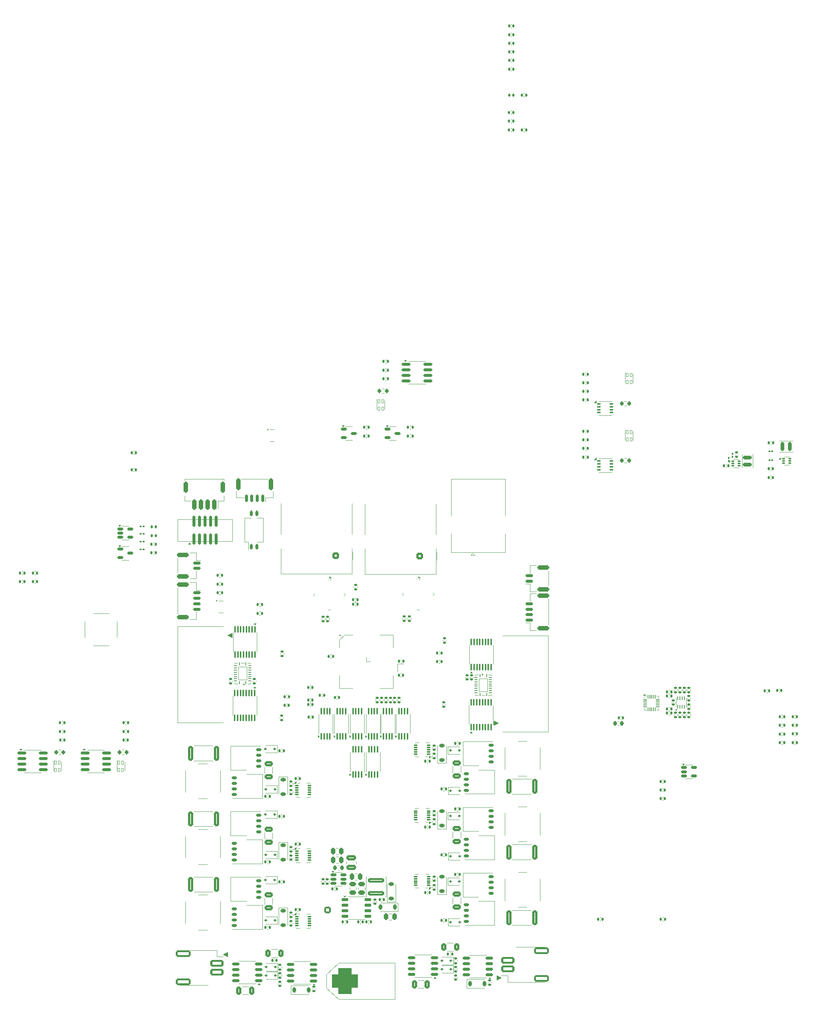
<source format=gbr>
%TF.GenerationSoftware,KiCad,Pcbnew,9.0.2-9-g92f6307ebb*%
%TF.CreationDate,2025-06-20T01:42:08+08:00*%
%TF.ProjectId,HPM5E31_ECatDualFOC,48504d35-4533-4315-9f45-436174447561,rev?*%
%TF.SameCoordinates,Original*%
%TF.FileFunction,Legend,Top*%
%TF.FilePolarity,Positive*%
%FSLAX46Y46*%
G04 Gerber Fmt 4.6, Leading zero omitted, Abs format (unit mm)*
G04 Created by KiCad (PCBNEW 9.0.2-9-g92f6307ebb) date 2025-06-20 01:42:08*
%MOMM*%
%LPD*%
G01*
G04 APERTURE LIST*
G04 Aperture macros list*
%AMRoundRect*
0 Rectangle with rounded corners*
0 $1 Rounding radius*
0 $2 $3 $4 $5 $6 $7 $8 $9 X,Y pos of 4 corners*
0 Add a 4 corners polygon primitive as box body*
4,1,4,$2,$3,$4,$5,$6,$7,$8,$9,$2,$3,0*
0 Add four circle primitives for the rounded corners*
1,1,$1+$1,$2,$3*
1,1,$1+$1,$4,$5*
1,1,$1+$1,$6,$7*
1,1,$1+$1,$8,$9*
0 Add four rect primitives between the rounded corners*
20,1,$1+$1,$2,$3,$4,$5,0*
20,1,$1+$1,$4,$5,$6,$7,0*
20,1,$1+$1,$6,$7,$8,$9,0*
20,1,$1+$1,$8,$9,$2,$3,0*%
%AMRotRect*
0 Rectangle, with rotation*
0 The origin of the aperture is its center*
0 $1 length*
0 $2 width*
0 $3 Rotation angle, in degrees counterclockwise*
0 Add horizontal line*
21,1,$1,$2,0,0,$3*%
%AMFreePoly0*
4,1,9,2.100000,-2.000000,2.350000,-2.000000,2.350000,-3.500000,-2.350000,-3.500000,-2.350000,-2.000000,-2.100000,-2.000000,-2.100000,1.100000,2.100000,1.100000,2.100000,-2.000000,2.100000,-2.000000,$1*%
G04 Aperture macros list end*
%ADD10C,0.120000*%
%ADD11C,0.100000*%
%ADD12C,0.050000*%
%ADD13C,0.010000*%
%ADD14C,0.200000*%
%ADD15C,0.150000*%
%ADD16RoundRect,0.135000X0.185000X-0.135000X0.185000X0.135000X-0.185000X0.135000X-0.185000X-0.135000X0*%
%ADD17RoundRect,0.100000X0.100000X-0.637500X0.100000X0.637500X-0.100000X0.637500X-0.100000X-0.637500X0*%
%ADD18RoundRect,0.112500X0.187500X0.112500X-0.187500X0.112500X-0.187500X-0.112500X0.187500X-0.112500X0*%
%ADD19RoundRect,0.140000X-0.140000X-0.170000X0.140000X-0.170000X0.140000X0.170000X-0.140000X0.170000X0*%
%ADD20RoundRect,0.150000X-0.512500X-0.150000X0.512500X-0.150000X0.512500X0.150000X-0.512500X0.150000X0*%
%ADD21C,3.250000*%
%ADD22RoundRect,0.250500X0.499500X0.499500X-0.499500X0.499500X-0.499500X-0.499500X0.499500X-0.499500X0*%
%ADD23C,1.500000*%
%ADD24C,2.500000*%
%ADD25RoundRect,0.070000X-0.355000X-0.070000X0.355000X-0.070000X0.355000X0.070000X-0.355000X0.070000X0*%
%ADD26R,0.280000X0.700000*%
%ADD27R,1.650000X2.400000*%
%ADD28R,1.200000X1.200000*%
%ADD29C,1.200000*%
%ADD30RoundRect,0.140000X0.170000X-0.140000X0.170000X0.140000X-0.170000X0.140000X-0.170000X-0.140000X0*%
%ADD31RoundRect,0.250000X0.650000X-0.325000X0.650000X0.325000X-0.650000X0.325000X-0.650000X-0.325000X0*%
%ADD32RoundRect,0.135000X-0.185000X0.135000X-0.185000X-0.135000X0.185000X-0.135000X0.185000X0.135000X0*%
%ADD33RoundRect,0.225000X1.275000X-0.525000X1.275000X0.525000X-1.275000X0.525000X-1.275000X-0.525000X0*%
%ADD34RoundRect,0.225000X1.475000X-0.525000X1.475000X0.525000X-1.475000X0.525000X-1.475000X-0.525000X0*%
%ADD35RoundRect,0.135000X-0.135000X-0.185000X0.135000X-0.185000X0.135000X0.185000X-0.135000X0.185000X0*%
%ADD36RoundRect,0.250000X0.250000X0.475000X-0.250000X0.475000X-0.250000X-0.475000X0.250000X-0.475000X0*%
%ADD37RoundRect,0.140000X0.140000X0.170000X-0.140000X0.170000X-0.140000X-0.170000X0.140000X-0.170000X0*%
%ADD38RoundRect,0.250000X-0.475000X0.250000X-0.475000X-0.250000X0.475000X-0.250000X0.475000X0.250000X0*%
%ADD39RoundRect,0.135000X0.135000X0.185000X-0.135000X0.185000X-0.135000X-0.185000X0.135000X-0.185000X0*%
%ADD40RoundRect,0.250000X0.250000X0.900000X-0.250000X0.900000X-0.250000X-0.900000X0.250000X-0.900000X0*%
%ADD41RoundRect,0.250000X0.250000X1.000000X-0.250000X1.000000X-0.250000X-1.000000X0.250000X-1.000000X0*%
%ADD42RoundRect,0.185000X-0.185000X1.115000X-0.185000X-1.115000X0.185000X-1.115000X0.185000X1.115000X0*%
%ADD43RoundRect,0.140000X-0.170000X0.140000X-0.170000X-0.140000X0.170000X-0.140000X0.170000X0.140000X0*%
%ADD44RoundRect,0.100000X-0.130000X-0.100000X0.130000X-0.100000X0.130000X0.100000X-0.130000X0.100000X0*%
%ADD45RoundRect,0.225000X0.375000X-0.225000X0.375000X0.225000X-0.375000X0.225000X-0.375000X-0.225000X0*%
%ADD46RoundRect,0.150000X-0.825000X-0.150000X0.825000X-0.150000X0.825000X0.150000X-0.825000X0.150000X0*%
%ADD47RoundRect,0.250000X0.850000X-0.375000X0.850000X0.375000X-0.850000X0.375000X-0.850000X-0.375000X0*%
%ADD48RoundRect,0.250000X-0.250000X-0.475000X0.250000X-0.475000X0.250000X0.475000X-0.250000X0.475000X0*%
%ADD49FreePoly0,90.000000*%
%ADD50RoundRect,0.175000X0.400000X-0.175000X0.400000X0.175000X-0.400000X0.175000X-0.400000X-0.175000X0*%
%ADD51RoundRect,0.250000X-0.650000X0.325000X-0.650000X-0.325000X0.650000X-0.325000X0.650000X0.325000X0*%
%ADD52R,0.625000X0.250000*%
%ADD53R,0.700000X0.450000*%
%ADD54R,0.575000X0.450000*%
%ADD55RoundRect,0.150000X0.150000X0.700000X-0.150000X0.700000X-0.150000X-0.700000X0.150000X-0.700000X0*%
%ADD56RoundRect,0.250000X0.250000X1.100000X-0.250000X1.100000X-0.250000X-1.100000X0.250000X-1.100000X0*%
%ADD57FreePoly0,270.000000*%
%ADD58RoundRect,0.175000X-0.400000X0.175000X-0.400000X-0.175000X0.400000X-0.175000X0.400000X0.175000X0*%
%ADD59RoundRect,0.225000X-1.275000X0.525000X-1.275000X-0.525000X1.275000X-0.525000X1.275000X0.525000X0*%
%ADD60RoundRect,0.225000X-1.475000X0.525000X-1.475000X-0.525000X1.475000X-0.525000X1.475000X0.525000X0*%
%ADD61RoundRect,0.070000X0.355000X0.070000X-0.355000X0.070000X-0.355000X-0.070000X0.355000X-0.070000X0*%
%ADD62R,1.700000X1.700000*%
%ADD63C,1.700000*%
%ADD64C,3.500000*%
%ADD65RoundRect,0.112500X-0.187500X-0.112500X0.187500X-0.112500X0.187500X0.112500X-0.187500X0.112500X0*%
%ADD66RoundRect,0.062500X-0.309359X0.220971X0.220971X-0.309359X0.309359X-0.220971X-0.220971X0.309359X0*%
%ADD67RoundRect,0.062500X-0.309359X-0.220971X-0.220971X-0.309359X0.309359X0.220971X0.220971X0.309359X0*%
%ADD68RotRect,3.100000X3.100000X315.000000*%
%ADD69RoundRect,0.225000X0.225000X0.250000X-0.225000X0.250000X-0.225000X-0.250000X0.225000X-0.250000X0*%
%ADD70RoundRect,0.075000X-0.362500X-0.075000X0.362500X-0.075000X0.362500X0.075000X-0.362500X0.075000X0*%
%ADD71R,1.600000X2.400000*%
%ADD72RoundRect,0.150000X0.675000X0.150000X-0.675000X0.150000X-0.675000X-0.150000X0.675000X-0.150000X0*%
%ADD73RoundRect,0.100000X-0.100000X0.130000X-0.100000X-0.130000X0.100000X-0.130000X0.100000X0.130000X0*%
%ADD74RoundRect,0.212500X0.787500X-0.212500X0.787500X0.212500X-0.787500X0.212500X-0.787500X-0.212500X0*%
%ADD75RoundRect,0.250000X0.362500X1.425000X-0.362500X1.425000X-0.362500X-1.425000X0.362500X-1.425000X0*%
%ADD76RoundRect,0.025500X-0.229500X-0.354500X0.229500X-0.354500X0.229500X0.354500X-0.229500X0.354500X0*%
%ADD77RoundRect,0.087500X-0.250000X-0.087500X0.250000X-0.087500X0.250000X0.087500X-0.250000X0.087500X0*%
%ADD78O,2.200000X1.400000*%
%ADD79RoundRect,0.200000X-0.200000X-0.275000X0.200000X-0.275000X0.200000X0.275000X-0.200000X0.275000X0*%
%ADD80RoundRect,0.225000X-0.225000X-0.375000X0.225000X-0.375000X0.225000X0.375000X-0.225000X0.375000X0*%
%ADD81C,2.050000*%
%ADD82C,2.250000*%
%ADD83RoundRect,0.225000X-0.375000X0.225000X-0.375000X-0.225000X0.375000X-0.225000X0.375000X0.225000X0*%
%ADD84RoundRect,0.212500X-0.212500X-0.787500X0.212500X-0.787500X0.212500X0.787500X-0.212500X0.787500X0*%
%ADD85RoundRect,0.100000X0.100000X-0.130000X0.100000X0.130000X-0.100000X0.130000X-0.100000X-0.130000X0*%
%ADD86RoundRect,0.050000X-0.070000X0.250000X-0.070000X-0.250000X0.070000X-0.250000X0.070000X0.250000X0*%
%ADD87RoundRect,0.050000X0.250000X0.070000X-0.250000X0.070000X-0.250000X-0.070000X0.250000X-0.070000X0*%
%ADD88RoundRect,0.050000X0.975000X1.475000X-0.975000X1.475000X-0.975000X-1.475000X0.975000X-1.475000X0*%
%ADD89RoundRect,0.100000X-0.100000X0.637500X-0.100000X-0.637500X0.100000X-0.637500X0.100000X0.637500X0*%
%ADD90RoundRect,0.250000X0.312500X0.625000X-0.312500X0.625000X-0.312500X-0.625000X0.312500X-0.625000X0*%
%ADD91RoundRect,0.050000X-0.375000X-0.050000X0.375000X-0.050000X0.375000X0.050000X-0.375000X0.050000X0*%
%ADD92RoundRect,0.050000X-0.050000X-0.375000X0.050000X-0.375000X0.050000X0.375000X-0.050000X0.375000X0*%
%ADD93R,1.650000X1.650000*%
%ADD94RoundRect,0.250000X-0.362500X-1.425000X0.362500X-1.425000X0.362500X1.425000X-0.362500X1.425000X0*%
%ADD95R,0.500000X0.600000*%
%ADD96RoundRect,0.225000X0.225000X0.375000X-0.225000X0.375000X-0.225000X-0.375000X0.225000X-0.375000X0*%
%ADD97RoundRect,0.147500X-0.147500X-0.172500X0.147500X-0.172500X0.147500X0.172500X-0.147500X0.172500X0*%
%ADD98RoundRect,0.150000X-0.700000X0.150000X-0.700000X-0.150000X0.700000X-0.150000X0.700000X0.150000X0*%
%ADD99RoundRect,0.250000X-1.100000X0.250000X-1.100000X-0.250000X1.100000X-0.250000X1.100000X0.250000X0*%
%ADD100RoundRect,0.150000X-0.650000X-0.150000X0.650000X-0.150000X0.650000X0.150000X-0.650000X0.150000X0*%
%ADD101R,2.410000X3.100000*%
%ADD102RoundRect,0.150000X0.700000X-0.150000X0.700000X0.150000X-0.700000X0.150000X-0.700000X-0.150000X0*%
%ADD103RoundRect,0.250000X1.100000X-0.250000X1.100000X0.250000X-1.100000X0.250000X-1.100000X-0.250000X0*%
%ADD104RoundRect,1.500000X-1.500000X-1.500000X1.500000X-1.500000X1.500000X1.500000X-1.500000X1.500000X0*%
%ADD105C,6.000000*%
%ADD106RoundRect,0.190000X0.190000X-0.445000X0.190000X0.445000X-0.190000X0.445000X-0.190000X-0.445000X0*%
%ADD107RoundRect,0.250000X0.325000X0.650000X-0.325000X0.650000X-0.325000X-0.650000X0.325000X-0.650000X0*%
%ADD108RoundRect,0.062500X0.062500X-0.325000X0.062500X0.325000X-0.062500X0.325000X-0.062500X-0.325000X0*%
%ADD109R,1.200000X0.600000*%
%ADD110RoundRect,0.250000X1.600000X-0.300000X1.600000X0.300000X-1.600000X0.300000X-1.600000X-0.300000X0*%
%ADD111C,0.400000*%
%ADD112RoundRect,0.050000X0.070000X-0.250000X0.070000X0.250000X-0.070000X0.250000X-0.070000X-0.250000X0*%
%ADD113RoundRect,0.050000X-0.250000X-0.070000X0.250000X-0.070000X0.250000X0.070000X-0.250000X0.070000X0*%
%ADD114RoundRect,0.050000X-0.975000X-1.475000X0.975000X-1.475000X0.975000X1.475000X-0.975000X1.475000X0*%
%ADD115RoundRect,0.250000X0.550000X-0.550000X0.550000X0.550000X-0.550000X0.550000X-0.550000X-0.550000X0*%
%ADD116C,1.600000*%
G04 APERTURE END LIST*
D10*
%TO.C,R76*%
X175480000Y-116963641D02*
X175480000Y-116656359D01*
X176240000Y-116963641D02*
X176240000Y-116656359D01*
%TO.C,U22*%
X101410000Y-118800000D02*
X101410000Y-116600000D01*
X101410000Y-118800000D02*
X101410000Y-121000000D01*
X104630000Y-118800000D02*
X104630000Y-116600000D01*
X104630000Y-118800000D02*
X104630000Y-121000000D01*
X101585000Y-121700000D02*
X101255000Y-121940000D01*
X101255000Y-121460000D01*
X101585000Y-121700000D01*
G36*
X101585000Y-121700000D02*
G01*
X101255000Y-121940000D01*
X101255000Y-121460000D01*
X101585000Y-121700000D01*
G37*
%TO.C,D25*%
X125035000Y-174130000D02*
X122375000Y-174130000D01*
X125035000Y-175830000D02*
X122375000Y-175830000D01*
X125035000Y-175830000D02*
X125035000Y-174130000D01*
%TO.C,C139*%
X155139664Y-42440000D02*
X155355336Y-42440000D01*
X155139664Y-43160000D02*
X155355336Y-43160000D01*
%TO.C,U8*%
X50000000Y-78265000D02*
X49200000Y-78265000D01*
X50000000Y-78265000D02*
X50800000Y-78265000D01*
X50000000Y-81385000D02*
X49200000Y-81385000D01*
X50000000Y-81385000D02*
X50800000Y-81385000D01*
X48700000Y-78315000D02*
X48460000Y-77985000D01*
X48940000Y-77985000D01*
X48700000Y-78315000D01*
G36*
X48700000Y-78315000D02*
G01*
X48460000Y-77985000D01*
X48940000Y-77985000D01*
X48700000Y-78315000D01*
G37*
%TO.C,C59*%
X92192164Y-110140000D02*
X92407836Y-110140000D01*
X92192164Y-110860000D02*
X92407836Y-110860000D01*
%TO.C,J14*%
X104755000Y-75530000D02*
X104755000Y-68510000D01*
X104755000Y-84610000D02*
X104755000Y-78810000D01*
X121015000Y-75530000D02*
X121015000Y-68510000D01*
X121015000Y-84610000D02*
X104755000Y-84610000D01*
X121015000Y-84610000D02*
X121015000Y-78810000D01*
X121245000Y-81360000D02*
X121245000Y-79560000D01*
%TO.C,U17*%
X89050430Y-135466355D02*
X89050430Y-135566355D01*
X89050430Y-135566355D02*
X89850430Y-135566355D01*
X89850430Y-132366355D02*
X89390430Y-132366355D01*
X91450430Y-132366355D02*
X92250430Y-132366355D01*
X91450430Y-135566355D02*
X92250430Y-135566355D01*
X92250430Y-132366355D02*
X92250430Y-132466355D01*
X92250430Y-135566355D02*
X92250430Y-135466355D01*
X89050430Y-132486355D02*
X88570430Y-132486355D01*
X89050430Y-132006355D01*
X89050430Y-132486355D01*
G36*
X89050430Y-132486355D02*
G01*
X88570430Y-132486355D01*
X89050430Y-132006355D01*
X89050430Y-132486355D01*
G37*
D11*
%TO.C,J11*%
X61950000Y-96580000D02*
X61950000Y-118580000D01*
X61950000Y-96580000D02*
X72400000Y-96580000D01*
X61950000Y-118580000D02*
X72400000Y-118580000D01*
X74400000Y-99080000D02*
X73400000Y-98580000D01*
X74400000Y-98080000D01*
X74400000Y-99080000D01*
G36*
X74400000Y-99080000D02*
G01*
X73400000Y-98580000D01*
X74400000Y-98080000D01*
X74400000Y-99080000D01*
G37*
D10*
%TO.C,C52*%
X120260435Y-124386902D02*
X120260435Y-124171230D01*
X120980435Y-124386902D02*
X120980435Y-124171230D01*
%TO.C,C72*%
X89312594Y-145956355D02*
X89528266Y-145956355D01*
X89312594Y-146676355D02*
X89528266Y-146676355D01*
%TO.C,C68*%
X81840430Y-130162607D02*
X81840430Y-128740103D01*
X83660430Y-130162607D02*
X83660430Y-128740103D01*
%TO.C,R33*%
X120240435Y-156062714D02*
X120240435Y-156369996D01*
X121000435Y-156062714D02*
X121000435Y-156369996D01*
D11*
%TO.C,U26*%
X137450000Y-176400000D02*
X135950000Y-176400000D01*
X137450000Y-177900000D02*
X137450000Y-176400000D01*
X145950000Y-169900000D02*
X139450000Y-169900000D01*
X145950000Y-177900000D02*
X137450000Y-177900000D01*
X135950000Y-176900000D02*
X134950000Y-177400000D01*
X134950000Y-176400000D01*
X135950000Y-176900000D01*
G36*
X135950000Y-176900000D02*
G01*
X134950000Y-177400000D01*
X134950000Y-176400000D01*
X135950000Y-176900000D01*
G37*
D10*
%TO.C,R5*%
X71446359Y-84520000D02*
X71753641Y-84520000D01*
X71446359Y-85280000D02*
X71753641Y-85280000D01*
%TO.C,R22*%
X26276359Y-85950000D02*
X26583641Y-85950000D01*
X26276359Y-86710000D02*
X26583641Y-86710000D01*
%TO.C,R36*%
X107220000Y-113553641D02*
X107220000Y-113246359D01*
X107980000Y-113553641D02*
X107980000Y-113246359D01*
%TO.C,C47*%
X110848752Y-162240000D02*
X110326248Y-162240000D01*
X110848752Y-163710000D02*
X110326248Y-163710000D01*
%TO.C,C135*%
X49942164Y-122195000D02*
X50157836Y-122195000D01*
X49942164Y-122915000D02*
X50157836Y-122915000D01*
%TO.C,C60*%
X119208271Y-157056355D02*
X118992599Y-157056355D01*
X119208271Y-157776355D02*
X118992599Y-157776355D01*
%TO.C,C32*%
X101302500Y-156213748D02*
X101302500Y-156736252D01*
X102772500Y-156213748D02*
X102772500Y-156736252D01*
%TO.C,R92*%
X121941141Y-104248400D02*
X121633859Y-104248400D01*
X121941141Y-105008400D02*
X121633859Y-105008400D01*
%TO.C,C70*%
X203012164Y-116840000D02*
X203227836Y-116840000D01*
X203012164Y-117560000D02*
X203227836Y-117560000D01*
D11*
%TO.C,J2*%
X63550000Y-63175000D02*
X63550000Y-62875000D01*
X63550000Y-67875000D02*
X63550000Y-66675000D01*
X63550000Y-67875000D02*
X64948230Y-67875000D01*
X71151770Y-67875000D02*
X71151770Y-69666037D01*
X72550000Y-62875000D02*
X63550000Y-62875000D01*
X72550000Y-63175000D02*
X72550000Y-62875000D01*
X72550000Y-67875000D02*
X71151770Y-67875000D01*
X72550000Y-67875000D02*
X72550000Y-66675000D01*
%TO.C,J3*%
D12*
X74515000Y-77050000D02*
X61965000Y-77050000D01*
X61965000Y-72050000D01*
X74515000Y-72050000D01*
X74515000Y-77050000D01*
D10*
X64895750Y-77729194D02*
X64415750Y-77729194D01*
X64655750Y-77399194D01*
X64895750Y-77729194D01*
G36*
X64895750Y-77729194D02*
G01*
X64415750Y-77729194D01*
X64655750Y-77399194D01*
X64895750Y-77729194D01*
G37*
%TO.C,C79*%
X87540430Y-164345808D02*
X87540430Y-164561480D01*
X88260430Y-164345808D02*
X88260430Y-164561480D01*
%TO.C,R104*%
X102270000Y-87703641D02*
X102270000Y-87396359D01*
X103030000Y-87703641D02*
X103030000Y-87396359D01*
%TO.C,C37*%
X98698752Y-149240000D02*
X98176248Y-149240000D01*
X98698752Y-150710000D02*
X98176248Y-150710000D01*
%TO.C,C80*%
X203012164Y-120780000D02*
X203227836Y-120780000D01*
X203012164Y-121500000D02*
X203227836Y-121500000D01*
%TO.C,D4*%
X109837500Y-159535000D02*
X109837500Y-155525000D01*
X109837500Y-159535000D02*
X111837500Y-159535000D01*
X111837500Y-159535000D02*
X111837500Y-155525000D01*
%TO.C,R59*%
X125120000Y-174826359D02*
X125120000Y-175133641D01*
X125880000Y-174826359D02*
X125880000Y-175133641D01*
%TO.C,U43*%
X28750000Y-124845000D02*
X26800000Y-124845000D01*
X28750000Y-124845000D02*
X30700000Y-124845000D01*
X28750000Y-129965000D02*
X26800000Y-129965000D01*
X28750000Y-129965000D02*
X30700000Y-129965000D01*
X26050000Y-124940000D02*
X25810000Y-124610000D01*
X26290000Y-124610000D01*
X26050000Y-124940000D01*
G36*
X26050000Y-124940000D02*
G01*
X25810000Y-124610000D01*
X26290000Y-124610000D01*
X26050000Y-124940000D01*
G37*
%TO.C,R68*%
X178480000Y-112866359D02*
X178480000Y-113173641D01*
X179240000Y-112866359D02*
X179240000Y-113173641D01*
%TO.C,R74*%
X176480000Y-111253641D02*
X176480000Y-110946359D01*
X177240000Y-111253641D02*
X177240000Y-110946359D01*
%TO.C,L3*%
X100527500Y-150836252D02*
X100527500Y-150313748D01*
X102747500Y-150836252D02*
X102747500Y-150313748D01*
%TO.C,R62*%
X84920000Y-176266359D02*
X84920000Y-176573641D01*
X85680000Y-176266359D02*
X85680000Y-176573641D01*
%TO.C,U23*%
X101415000Y-127562500D02*
X101415000Y-125362500D01*
X101415000Y-127562500D02*
X101415000Y-129762500D01*
X104635000Y-127562500D02*
X104635000Y-125362500D01*
X104635000Y-127562500D02*
X104635000Y-129762500D01*
X101590000Y-130462500D02*
X101260000Y-130702500D01*
X101260000Y-130222500D01*
X101590000Y-130462500D01*
G36*
X101590000Y-130462500D02*
G01*
X101260000Y-130702500D01*
X101260000Y-130222500D01*
X101590000Y-130462500D01*
G37*
%TO.C,R69*%
X177480000Y-116656359D02*
X177480000Y-116963641D01*
X178240000Y-116656359D02*
X178240000Y-116963641D01*
%TO.C,C126*%
X138142164Y37160000D02*
X138357836Y37160000D01*
X138142164Y36440000D02*
X138357836Y36440000D01*
%TO.C,C35*%
X102476248Y-153040000D02*
X102998752Y-153040000D01*
X102476248Y-154510000D02*
X102998752Y-154510000D01*
%TO.C,Q4*%
X127620435Y-149866355D02*
X134420435Y-149866355D01*
X134420435Y-144366355D02*
X130820435Y-144366355D01*
X134420435Y-149866355D02*
X134420435Y-144366355D01*
%TO.C,R11*%
X105801141Y-163745000D02*
X105493859Y-163745000D01*
X105801141Y-164505000D02*
X105493859Y-164505000D01*
%TO.C,C137*%
X155139664Y-38500000D02*
X155355336Y-38500000D01*
X155139664Y-39220000D02*
X155355336Y-39220000D01*
%TO.C,C81*%
X51792164Y-60390000D02*
X52007836Y-60390000D01*
X51792164Y-61110000D02*
X52007836Y-61110000D01*
%TO.C,C51*%
X124860435Y-128570103D02*
X124860435Y-129992607D01*
X126680435Y-128570103D02*
X126680435Y-129992607D01*
%TO.C,D2*%
X72337500Y-90690000D02*
X71337500Y-90690000D01*
X72337500Y-93410000D02*
X71337500Y-93410000D01*
X70947500Y-90740000D02*
X70667500Y-90740000D01*
X70947500Y-90460000D01*
X70947500Y-90740000D01*
G36*
X70947500Y-90740000D02*
G01*
X70667500Y-90740000D01*
X70947500Y-90460000D01*
X70947500Y-90740000D01*
G37*
%TO.C,J15*%
X75315000Y-65660000D02*
X75315000Y-67110000D01*
X75315000Y-67110000D02*
X77115000Y-67110000D01*
X81985000Y-67110000D02*
X81985000Y-68100000D01*
X82515000Y-62840000D02*
X76585000Y-62840000D01*
X83785000Y-65660000D02*
X83785000Y-67110000D01*
X83785000Y-67110000D02*
X81985000Y-67110000D01*
%TO.C,Q12*%
X74100430Y-153866355D02*
X74100430Y-159366355D01*
X74100430Y-159366355D02*
X77700430Y-159366355D01*
X80900430Y-153866355D02*
X74100430Y-153866355D01*
%TO.C,C76*%
X51792164Y-56450000D02*
X52007836Y-56450000D01*
X51792164Y-57170000D02*
X52007836Y-57170000D01*
D11*
%TO.C,U29*%
X62400000Y-170600000D02*
X70900000Y-170600000D01*
X62400000Y-178600000D02*
X68900000Y-178600000D01*
X70900000Y-170600000D02*
X70900000Y-172100000D01*
X70900000Y-172100000D02*
X72400000Y-172100000D01*
X73400000Y-172100000D02*
X72400000Y-171600000D01*
X73400000Y-171100000D01*
X73400000Y-172100000D01*
G36*
X73400000Y-172100000D02*
G01*
X72400000Y-171600000D01*
X73400000Y-171100000D01*
X73400000Y-172100000D01*
G37*
D10*
%TO.C,R47*%
X82714071Y-150036355D02*
X82406789Y-150036355D01*
X82714071Y-150796355D02*
X82406789Y-150796355D01*
%TO.C,U14*%
X116270435Y-153166355D02*
X116270435Y-153266355D01*
X116270435Y-156366355D02*
X116270435Y-156266355D01*
X117070435Y-153166355D02*
X116270435Y-153166355D01*
X117070435Y-156366355D02*
X116270435Y-156366355D01*
X118670435Y-156366355D02*
X119130435Y-156366355D01*
X119470435Y-153166355D02*
X118670435Y-153166355D01*
X119470435Y-153266355D02*
X119470435Y-153166355D01*
X119470435Y-156726355D02*
X119470435Y-156246355D01*
X119950435Y-156246355D01*
X119470435Y-156726355D01*
G36*
X119470435Y-156726355D02*
G01*
X119470435Y-156246355D01*
X119950435Y-156246355D01*
X119470435Y-156726355D01*
G37*
%TO.C,C136*%
X35442164Y-122195000D02*
X35657836Y-122195000D01*
X35442164Y-122915000D02*
X35657836Y-122915000D01*
%TO.C,C83*%
X92272164Y-116940000D02*
X92487836Y-116940000D01*
X92272164Y-117660000D02*
X92487836Y-117660000D01*
%TO.C,C48*%
X29212164Y-83970000D02*
X29427836Y-83970000D01*
X29212164Y-84690000D02*
X29427836Y-84690000D01*
%TO.C,C124*%
X138142164Y41100000D02*
X138357836Y41100000D01*
X138142164Y40380000D02*
X138357836Y40380000D01*
%TO.C,J4*%
X124560000Y-62890000D02*
X136880000Y-62890000D01*
X124560000Y-71250000D02*
X124560000Y-62890000D01*
X124560000Y-75350000D02*
X124560000Y-79610000D01*
X124560000Y-79610000D02*
X136880000Y-79610000D01*
X128970000Y-80330000D02*
X129970000Y-80330000D01*
X129470000Y-79830000D02*
X128970000Y-80330000D01*
X129970000Y-80330000D02*
X129470000Y-79830000D01*
X136880000Y-62890000D02*
X136880000Y-71250000D01*
X136880000Y-79610000D02*
X136880000Y-75350000D01*
%TO.C,R63*%
X84970000Y-174336359D02*
X84970000Y-174643641D01*
X85730000Y-174336359D02*
X85730000Y-174643641D01*
%TO.C,Q9*%
X74500430Y-150816355D02*
X81300430Y-150816355D01*
X81300430Y-145316355D02*
X77700430Y-145316355D01*
X81300430Y-150816355D02*
X81300430Y-145316355D01*
%TO.C,R8*%
X71446359Y-88500000D02*
X71753641Y-88500000D01*
X71446359Y-89260000D02*
X71753641Y-89260000D01*
%TO.C,C56*%
X124860435Y-143570103D02*
X124860435Y-144992607D01*
X126680435Y-143570103D02*
X126680435Y-144992607D01*
%TO.C,R7*%
X71446359Y-86510000D02*
X71753641Y-86510000D01*
X71446359Y-87270000D02*
X71753641Y-87270000D01*
%TO.C,C53*%
X110240000Y-113292164D02*
X110240000Y-113507836D01*
X110960000Y-113292164D02*
X110960000Y-113507836D01*
%TO.C,R45*%
X85867641Y-124593644D02*
X85560359Y-124593644D01*
X85867641Y-125353644D02*
X85560359Y-125353644D01*
%TO.C,D14*%
X123810435Y-163316355D02*
X123810435Y-165016355D01*
X123810435Y-163316355D02*
X126470435Y-163316355D01*
X123810435Y-165016355D02*
X126470435Y-165016355D01*
%TO.C,U40*%
X113272767Y-89193360D02*
X113608642Y-88857484D01*
X113608642Y-89529236D02*
X113272767Y-89193360D01*
X116627988Y-85838138D02*
X116794158Y-85671968D01*
X116627988Y-92548582D02*
X116963864Y-92884457D01*
X116963864Y-92884457D02*
X117299740Y-92548582D01*
X117299740Y-85838138D02*
X117175996Y-85714395D01*
X120319086Y-88857484D02*
X120654961Y-89193360D01*
X120654961Y-89193360D02*
X120319086Y-89529236D01*
X117366915Y-85438623D02*
X116963864Y-85502263D01*
X117027504Y-85099212D01*
X117366915Y-85438623D01*
G36*
X117366915Y-85438623D02*
G01*
X116963864Y-85502263D01*
X117027504Y-85099212D01*
X117366915Y-85438623D01*
G37*
%TO.C,U13*%
X111915000Y-118800000D02*
X111915000Y-116600000D01*
X111915000Y-118800000D02*
X111915000Y-121000000D01*
X115135000Y-118800000D02*
X115135000Y-116600000D01*
X115135000Y-118800000D02*
X115135000Y-121000000D01*
X112090000Y-121700000D02*
X111760000Y-121940000D01*
X111760000Y-121460000D01*
X112090000Y-121700000D01*
G36*
X112090000Y-121700000D02*
G01*
X111760000Y-121940000D01*
X111760000Y-121460000D01*
X112090000Y-121700000D01*
G37*
%TO.C,C42*%
X56352164Y-77405000D02*
X56567836Y-77405000D01*
X56352164Y-78125000D02*
X56567836Y-78125000D01*
%TO.C,C125*%
X138142164Y39130000D02*
X138357836Y39130000D01*
X138142164Y38410000D02*
X138357836Y38410000D01*
%TO.C,D29*%
X84835000Y-173640000D02*
X82175000Y-173640000D01*
X84835000Y-175340000D02*
X82175000Y-175340000D01*
X84835000Y-175340000D02*
X84835000Y-173640000D01*
%TO.C,C73*%
X81840430Y-145162607D02*
X81840430Y-143740103D01*
X83660430Y-145162607D02*
X83660430Y-143740103D01*
%TO.C,C49*%
X29212164Y-85940000D02*
X29427836Y-85940000D01*
X29212164Y-86660000D02*
X29427836Y-86660000D01*
%TO.C,D15*%
X84760430Y-132966355D02*
X82100430Y-132966355D01*
X84760430Y-134666355D02*
X82100430Y-134666355D01*
X84760430Y-134666355D02*
X84760430Y-132966355D01*
%TO.C,C88*%
X162925580Y-118200000D02*
X162644420Y-118200000D01*
X162925580Y-119220000D02*
X162644420Y-119220000D01*
%TO.C,U45*%
X158262500Y-58115000D02*
X161262500Y-58115000D01*
X158262500Y-61335000D02*
X161262500Y-61335000D01*
X157722500Y-58435000D02*
X157242500Y-58435000D01*
X157722500Y-57955000D01*
X157722500Y-58435000D01*
G36*
X157722500Y-58435000D02*
G01*
X157242500Y-58435000D01*
X157722500Y-57955000D01*
X157722500Y-58435000D01*
G37*
%TO.C,C105*%
X79140000Y-109187836D02*
X79140000Y-108972164D01*
X79860000Y-109187836D02*
X79860000Y-108972164D01*
%TO.C,C143*%
X155139664Y-55500000D02*
X155355336Y-55500000D01*
X155139664Y-56220000D02*
X155355336Y-56220000D01*
%TO.C,Q13*%
X118075000Y-171685000D02*
X116125000Y-171685000D01*
X118075000Y-171685000D02*
X120025000Y-171685000D01*
X118075000Y-176805000D02*
X116125000Y-176805000D01*
X118075000Y-176805000D02*
X120025000Y-176805000D01*
X121015000Y-177040000D02*
X120535000Y-177040000D01*
X120775000Y-176710000D01*
X121015000Y-177040000D01*
G36*
X121015000Y-177040000D02*
G01*
X120535000Y-177040000D01*
X120775000Y-176710000D01*
X121015000Y-177040000D01*
G37*
%TO.C,R38*%
X196556359Y-110920000D02*
X196863641Y-110920000D01*
X196556359Y-111680000D02*
X196863641Y-111680000D01*
%TO.C,U21*%
X89050430Y-165466355D02*
X89050430Y-165566355D01*
X89050430Y-165566355D02*
X89850430Y-165566355D01*
X89850430Y-162366355D02*
X89390430Y-162366355D01*
X91450430Y-162366355D02*
X92250430Y-162366355D01*
X91450430Y-165566355D02*
X92250430Y-165566355D01*
X92250430Y-162366355D02*
X92250430Y-162466355D01*
X92250430Y-165566355D02*
X92250430Y-165466355D01*
X89050430Y-162486355D02*
X88570430Y-162486355D01*
X89050430Y-162006355D01*
X89050430Y-162486355D01*
G36*
X89050430Y-162486355D02*
G01*
X88570430Y-162486355D01*
X89050430Y-162006355D01*
X89050430Y-162486355D01*
G37*
%TO.C,C46*%
X108745336Y-158715000D02*
X108529664Y-158715000D01*
X108745336Y-159435000D02*
X108529664Y-159435000D01*
%TO.C,C107*%
X127777500Y-108070564D02*
X127777500Y-108286236D01*
X128497500Y-108070564D02*
X128497500Y-108286236D01*
%TO.C,U16*%
X105065000Y-127562500D02*
X105065000Y-125362500D01*
X105065000Y-127562500D02*
X105065000Y-129762500D01*
X108285000Y-127562500D02*
X108285000Y-125362500D01*
X108285000Y-127562500D02*
X108285000Y-129762500D01*
X105240000Y-130462500D02*
X104910000Y-130702500D01*
X104910000Y-130222500D01*
X105240000Y-130462500D01*
G36*
X105240000Y-130462500D02*
G01*
X104910000Y-130702500D01*
X104910000Y-130222500D01*
X105240000Y-130462500D01*
G37*
%TO.C,R29*%
X125806794Y-137936355D02*
X126114076Y-137936355D01*
X125806794Y-138696355D02*
X126114076Y-138696355D01*
%TO.C,C54*%
X92212164Y-113040000D02*
X92427836Y-113040000D01*
X92212164Y-113760000D02*
X92427836Y-113760000D01*
%TO.C,R37*%
X122653224Y-163379066D02*
X122960506Y-163379066D01*
X122653224Y-164139066D02*
X122960506Y-164139066D01*
%TO.C,R24*%
X125806794Y-122936355D02*
X126114076Y-122936355D01*
X125806794Y-123696355D02*
X126114076Y-123696355D01*
%TO.C,U10*%
X116270435Y-123166355D02*
X116270435Y-123266355D01*
X116270435Y-126366355D02*
X116270435Y-126266355D01*
X117070435Y-123166355D02*
X116270435Y-123166355D01*
X117070435Y-126366355D02*
X116270435Y-126366355D01*
X118670435Y-126366355D02*
X119130435Y-126366355D01*
X119470435Y-123166355D02*
X118670435Y-123166355D01*
X119470435Y-123266355D02*
X119470435Y-123166355D01*
X119470435Y-126726355D02*
X119470435Y-126246355D01*
X119950435Y-126246355D01*
X119470435Y-126726355D01*
G36*
X119470435Y-126726355D02*
G01*
X119470435Y-126246355D01*
X119950435Y-126246355D01*
X119470435Y-126726355D01*
G37*
%TO.C,L4*%
X191027500Y-60245000D02*
X191027500Y-57225000D01*
X193547500Y-60245000D02*
X193547500Y-57225000D01*
%TO.C,C58*%
X112240000Y-113292164D02*
X112240000Y-113507836D01*
X112960000Y-113292164D02*
X112960000Y-113507836D01*
%TO.C,C67*%
X89312594Y-130956355D02*
X89528266Y-130956355D01*
X89312594Y-131676355D02*
X89528266Y-131676355D01*
%TO.C,R43*%
X70027494Y-123856355D02*
X65673366Y-123856355D01*
X70027494Y-127276355D02*
X65673366Y-127276355D01*
%TO.C,R73*%
X176480000Y-116666359D02*
X176480000Y-116973641D01*
X177240000Y-116666359D02*
X177240000Y-116973641D01*
%TO.C,C57*%
X120260435Y-139386902D02*
X120260435Y-139171230D01*
X120980435Y-139386902D02*
X120980435Y-139171230D01*
D11*
%TO.C,L6*%
X48050000Y-127185000D02*
X48050000Y-129570000D01*
X49830000Y-127540000D02*
X49830000Y-129570000D01*
D10*
%TO.C,R67*%
X178480000Y-115063641D02*
X178480000Y-114756359D01*
X179240000Y-115063641D02*
X179240000Y-114756359D01*
%TO.C,U6*%
X189687500Y-58375000D02*
X189087500Y-58375000D01*
X189687500Y-58375000D02*
X190287500Y-58375000D01*
X189687500Y-60245000D02*
X189087500Y-60245000D01*
X189687500Y-60245000D02*
X190287500Y-60245000D01*
X188377500Y-58810000D02*
X188047500Y-59050000D01*
X188047500Y-58570000D01*
X188377500Y-58810000D01*
G36*
X188377500Y-58810000D02*
G01*
X188047500Y-59050000D01*
X188047500Y-58570000D01*
X188377500Y-58810000D01*
G37*
%TO.C,C96*%
X83956264Y-172537600D02*
X84171936Y-172537600D01*
X83956264Y-173257600D02*
X84171936Y-173257600D01*
%TO.C,C30*%
X197504664Y-60160000D02*
X197720336Y-60160000D01*
X197504664Y-60880000D02*
X197720336Y-60880000D01*
D11*
%TO.C,J9*%
X63700430Y-149466355D02*
X63700430Y-144466355D01*
X66700430Y-142966355D02*
X68700430Y-142966355D01*
X66700430Y-150966355D02*
X68700430Y-150966355D01*
X71700430Y-149466355D02*
X71700430Y-144466355D01*
D10*
%TO.C,Q6*%
X127620435Y-164866355D02*
X134420435Y-164866355D01*
X134420435Y-159366355D02*
X130820435Y-159366355D01*
X134420435Y-164866355D02*
X134420435Y-159366355D01*
%TO.C,R50*%
X85867641Y-139593644D02*
X85560359Y-139593644D01*
X85867641Y-140353644D02*
X85560359Y-140353644D01*
%TO.C,U19*%
X89050430Y-150466355D02*
X89050430Y-150566355D01*
X89050430Y-150566355D02*
X89850430Y-150566355D01*
X89850430Y-147366355D02*
X89390430Y-147366355D01*
X91450430Y-147366355D02*
X92250430Y-147366355D01*
X91450430Y-150566355D02*
X92250430Y-150566355D01*
X92250430Y-147366355D02*
X92250430Y-147466355D01*
X92250430Y-150566355D02*
X92250430Y-150466355D01*
X89050430Y-147486355D02*
X88570430Y-147486355D01*
X89050430Y-147006355D01*
X89050430Y-147486355D01*
G36*
X89050430Y-147486355D02*
G01*
X88570430Y-147486355D01*
X89050430Y-147006355D01*
X89050430Y-147486355D01*
G37*
%TO.C,C121*%
X112942164Y-107340000D02*
X113157836Y-107340000D01*
X112942164Y-108060000D02*
X113157836Y-108060000D01*
%TO.C,C77*%
X89312594Y-160956355D02*
X89528266Y-160956355D01*
X89312594Y-161676355D02*
X89528266Y-161676355D01*
%TO.C,R125*%
X35416359Y-120195000D02*
X35723641Y-120195000D01*
X35416359Y-120955000D02*
X35723641Y-120955000D01*
%TO.C,R107*%
X138116359Y21370000D02*
X138423641Y21370000D01*
X138116359Y20610000D02*
X138423641Y20610000D01*
%TO.C,R121*%
X49242742Y-124782500D02*
X49717258Y-124782500D01*
X49242742Y-125827500D02*
X49717258Y-125827500D01*
%TO.C,D24*%
X128090000Y-177250000D02*
X128090000Y-179250000D01*
X128090000Y-177250000D02*
X132100000Y-177250000D01*
X128090000Y-179250000D02*
X132100000Y-179250000D01*
%TO.C,U44*%
X158262500Y-45055000D02*
X161262500Y-45055000D01*
X158262500Y-48275000D02*
X161262500Y-48275000D01*
X157722500Y-45375000D02*
X157242500Y-45375000D01*
X157722500Y-44895000D01*
X157722500Y-45375000D01*
G36*
X157722500Y-45375000D02*
G01*
X157242500Y-45375000D01*
X157722500Y-44895000D01*
X157722500Y-45375000D01*
G37*
%TO.C,D7*%
X121420435Y-127826355D02*
X121420435Y-123816355D01*
X121420435Y-127826355D02*
X123420435Y-127826355D01*
X123420435Y-127826355D02*
X123420435Y-123816355D01*
%TO.C,J1*%
X40730000Y-95460000D02*
X40730000Y-99060000D01*
X42610000Y-93580000D02*
X46210000Y-93580000D01*
X42610000Y-100940000D02*
X46210000Y-100940000D01*
X48090000Y-95460000D02*
X48090000Y-99060000D01*
%TO.C,C50*%
X119208271Y-127056355D02*
X118992599Y-127056355D01*
X119208271Y-127776355D02*
X118992599Y-127776355D01*
%TO.C,R23*%
X120240435Y-126062714D02*
X120240435Y-126369996D01*
X121000435Y-126062714D02*
X121000435Y-126369996D01*
%TO.C,C93*%
X172802164Y-131645000D02*
X173017836Y-131645000D01*
X172802164Y-132365000D02*
X173017836Y-132365000D01*
%TO.C,R49*%
X200076359Y-118820000D02*
X200383641Y-118820000D01*
X200076359Y-119580000D02*
X200383641Y-119580000D01*
%TO.C,R66*%
X178480000Y-111263641D02*
X178480000Y-110956359D01*
X179240000Y-111263641D02*
X179240000Y-110956359D01*
%TO.C,R122*%
X49916359Y-120195000D02*
X50223641Y-120195000D01*
X49916359Y-120955000D02*
X50223641Y-120955000D01*
%TO.C,C66*%
X94872164Y-111940000D02*
X95087836Y-111940000D01*
X94872164Y-112660000D02*
X95087836Y-112660000D01*
%TO.C,R17*%
X94807500Y-155028641D02*
X94807500Y-154721359D01*
X95567500Y-155028641D02*
X95567500Y-154721359D01*
%TO.C,U25*%
X130625000Y-171755000D02*
X128675000Y-171755000D01*
X130625000Y-171755000D02*
X132575000Y-171755000D01*
X130625000Y-176875000D02*
X128675000Y-176875000D01*
X130625000Y-176875000D02*
X132575000Y-176875000D01*
X133565000Y-177110000D02*
X133085000Y-177110000D01*
X133325000Y-176780000D01*
X133565000Y-177110000D01*
G36*
X133565000Y-177110000D02*
G01*
X133085000Y-177110000D01*
X133325000Y-176780000D01*
X133565000Y-177110000D01*
G37*
%TO.C,R48*%
X70027494Y-138856355D02*
X65673366Y-138856355D01*
X70027494Y-142276355D02*
X65673366Y-142276355D01*
%TO.C,R44*%
X200076359Y-116830000D02*
X200383641Y-116830000D01*
X200076359Y-117590000D02*
X200383641Y-117590000D01*
%TO.C,R46*%
X87520430Y-147669996D02*
X87520430Y-147362714D01*
X88280430Y-147669996D02*
X88280430Y-147362714D01*
D11*
%TO.C,J6*%
X136820435Y-139266355D02*
X136820435Y-144266355D01*
X141820435Y-137766355D02*
X139820435Y-137766355D01*
X141820435Y-145766355D02*
X139820435Y-145766355D01*
X144820435Y-139266355D02*
X144820435Y-144266355D01*
D10*
%TO.C,Q2*%
X127620435Y-134866355D02*
X134420435Y-134866355D01*
X134420435Y-129366355D02*
X130820435Y-129366355D01*
X134420435Y-134866355D02*
X134420435Y-129366355D01*
%TO.C,D11*%
X123810435Y-148316355D02*
X123810435Y-150016355D01*
X123810435Y-148316355D02*
X126470435Y-148316355D01*
X123810435Y-150016355D02*
X126470435Y-150016355D01*
%TO.C,C112*%
X128827500Y-108070564D02*
X128827500Y-108286236D01*
X129547500Y-108070564D02*
X129547500Y-108286236D01*
%TO.C,U3*%
X201287500Y-57765000D02*
X200687500Y-57765000D01*
X201287500Y-57765000D02*
X201887500Y-57765000D01*
X201287500Y-59635000D02*
X200687500Y-59635000D01*
X201287500Y-59635000D02*
X201887500Y-59635000D01*
X199977500Y-58200000D02*
X199647500Y-58440000D01*
X199647500Y-57960000D01*
X199977500Y-58200000D01*
G36*
X199977500Y-58200000D02*
G01*
X199647500Y-58440000D01*
X199647500Y-57960000D01*
X199977500Y-58200000D01*
G37*
%TO.C,R28*%
X120240435Y-141062714D02*
X120240435Y-141369996D01*
X121000435Y-141062714D02*
X121000435Y-141369996D01*
D11*
%TO.C,L5*%
X107525000Y-44575000D02*
X107525000Y-46960000D01*
X109305000Y-44930000D02*
X109305000Y-46960000D01*
D10*
%TO.C,D16*%
X85100430Y-130906355D02*
X85100430Y-134916355D01*
X87100430Y-130906355D02*
X85100430Y-130906355D01*
X87100430Y-130906355D02*
X87100430Y-134916355D01*
%TO.C,C113*%
X122627500Y-99670564D02*
X122627500Y-99886236D01*
X123347500Y-99670564D02*
X123347500Y-99886236D01*
%TO.C,D23*%
X84710430Y-153716355D02*
X82050430Y-153716355D01*
X84710430Y-155416355D02*
X82050430Y-155416355D01*
X84710430Y-155416355D02*
X84710430Y-153716355D01*
%TO.C,C64*%
X92192164Y-114080000D02*
X92407836Y-114080000D01*
X92192164Y-114800000D02*
X92407836Y-114800000D01*
%TO.C,L2*%
X199647500Y-54125000D02*
X202667500Y-54125000D01*
X199647500Y-56645000D02*
X202667500Y-56645000D01*
%TO.C,R95*%
X95870000Y-95003641D02*
X95870000Y-94696359D01*
X96630000Y-95003641D02*
X96630000Y-94696359D01*
%TO.C,C98*%
X174292164Y-112140000D02*
X174507836Y-112140000D01*
X174292164Y-112860000D02*
X174507836Y-112860000D01*
%TO.C,R12*%
X100093859Y-163745000D02*
X100401141Y-163745000D01*
X100093859Y-164505000D02*
X100401141Y-164505000D01*
%TO.C,R26*%
X109220000Y-113553641D02*
X109220000Y-113246359D01*
X109980000Y-113553641D02*
X109980000Y-113246359D01*
%TO.C,D9*%
X123760435Y-139066355D02*
X123760435Y-140766355D01*
X123760435Y-139066355D02*
X126420435Y-139066355D01*
X123760435Y-140766355D02*
X126420435Y-140766355D01*
%TO.C,C62*%
X120260435Y-154386902D02*
X120260435Y-154171230D01*
X120980435Y-154386902D02*
X120980435Y-154171230D01*
%TO.C,R10*%
X197478859Y-54180000D02*
X197786141Y-54180000D01*
X197478859Y-54940000D02*
X197786141Y-54940000D01*
%TO.C,R93*%
X115011359Y-50635000D02*
X115318641Y-50635000D01*
X115011359Y-51395000D02*
X115318641Y-51395000D01*
%TO.C,C97*%
X174292164Y-115040000D02*
X174507836Y-115040000D01*
X174292164Y-115760000D02*
X174507836Y-115760000D01*
%TO.C,C95*%
X172802164Y-135585000D02*
X173017836Y-135585000D01*
X172802164Y-136305000D02*
X173017836Y-136305000D01*
%TO.C,C31*%
X103302500Y-156213748D02*
X103302500Y-156736252D01*
X104772500Y-156213748D02*
X104772500Y-156736252D01*
%TO.C,R4*%
X102763641Y-90120000D02*
X102456359Y-90120000D01*
X102763641Y-90880000D02*
X102456359Y-90880000D01*
%TO.C,D8*%
X123810435Y-133316355D02*
X123810435Y-135016355D01*
X123810435Y-133316355D02*
X126470435Y-133316355D01*
X123810435Y-135016355D02*
X126470435Y-135016355D01*
%TO.C,R100*%
X94870000Y-95003641D02*
X94870000Y-94696359D01*
X95630000Y-95003641D02*
X95630000Y-94696359D01*
%TO.C,R56*%
X200076359Y-122800000D02*
X200383641Y-122800000D01*
X200076359Y-123560000D02*
X200383641Y-123560000D01*
%TO.C,C89*%
X124156264Y-171097600D02*
X124371936Y-171097600D01*
X124156264Y-171817600D02*
X124371936Y-171817600D01*
%TO.C,U41*%
X116700000Y-35940000D02*
X114750000Y-35940000D01*
X116700000Y-35940000D02*
X118650000Y-35940000D01*
X116700000Y-41060000D02*
X114750000Y-41060000D01*
X116700000Y-41060000D02*
X118650000Y-41060000D01*
X114000000Y-36035000D02*
X113760000Y-35705000D01*
X114240000Y-35705000D01*
X114000000Y-36035000D01*
G36*
X114000000Y-36035000D02*
G01*
X113760000Y-35705000D01*
X114240000Y-35705000D01*
X114000000Y-36035000D01*
G37*
%TO.C,R16*%
X97673859Y-156195000D02*
X97981141Y-156195000D01*
X97673859Y-156955000D02*
X97981141Y-156955000D01*
%TO.C,U34*%
X74952500Y-104920000D02*
X74952500Y-105130000D01*
X74952500Y-109640000D02*
X74952500Y-109430000D01*
X75662500Y-104920000D02*
X74952500Y-104920000D01*
X75662500Y-109640000D02*
X74952500Y-109640000D01*
X76462500Y-104920000D02*
X77162500Y-104920000D01*
X77962500Y-104925000D02*
X78672500Y-104925000D01*
X77962500Y-109640000D02*
X78672500Y-109640000D01*
X78672500Y-104925000D02*
X78672500Y-105135000D01*
X78672500Y-109640000D02*
X78672500Y-109430000D01*
X77162500Y-109920000D02*
X76882500Y-109640000D01*
X77162500Y-109640000D01*
X77162500Y-109920000D01*
G36*
X77162500Y-109920000D02*
G01*
X76882500Y-109640000D01*
X77162500Y-109640000D01*
X77162500Y-109920000D01*
G37*
%TO.C,Q8*%
X74100430Y-123866355D02*
X74100430Y-129366355D01*
X74100430Y-129366355D02*
X77700430Y-129366355D01*
X80900430Y-123866355D02*
X74100430Y-123866355D01*
%TO.C,U28*%
X90425000Y-173195000D02*
X88475000Y-173195000D01*
X90425000Y-173195000D02*
X92375000Y-173195000D01*
X90425000Y-178315000D02*
X88475000Y-178315000D01*
X90425000Y-178315000D02*
X92375000Y-178315000D01*
X93365000Y-178550000D02*
X92885000Y-178550000D01*
X93125000Y-178220000D01*
X93365000Y-178550000D01*
G36*
X93365000Y-178550000D02*
G01*
X92885000Y-178550000D01*
X93125000Y-178220000D01*
X93365000Y-178550000D01*
G37*
%TO.C,R70*%
X177480000Y-111263641D02*
X177480000Y-110956359D01*
X178240000Y-111263641D02*
X178240000Y-110956359D01*
%TO.C,U33*%
X74565000Y-114637500D02*
X74565000Y-112437500D01*
X74565000Y-114637500D02*
X74565000Y-116837500D01*
X80035000Y-114637500D02*
X80035000Y-112437500D01*
X80035000Y-114637500D02*
X80035000Y-116837500D01*
X79575000Y-110777500D02*
X79335000Y-110447500D01*
X79815000Y-110447500D01*
X79575000Y-110777500D01*
G36*
X79575000Y-110777500D02*
G01*
X79335000Y-110447500D01*
X79815000Y-110447500D01*
X79575000Y-110777500D01*
G37*
%TO.C,R127*%
X164180242Y-58127500D02*
X164654758Y-58127500D01*
X164180242Y-59172500D02*
X164654758Y-59172500D01*
%TO.C,R61*%
X125041164Y-168947600D02*
X123587036Y-168947600D01*
X125041164Y-170767600D02*
X123587036Y-170767600D01*
%TO.C,R40*%
X158456359Y-163120000D02*
X158763641Y-163120000D01*
X158456359Y-163880000D02*
X158763641Y-163880000D01*
%TO.C,C39*%
X189427500Y-57152164D02*
X189427500Y-57367836D01*
X190147500Y-57152164D02*
X190147500Y-57367836D01*
%TO.C,U24*%
X168740000Y-112940000D02*
X168740000Y-112730000D01*
X168740000Y-115710000D02*
X168740000Y-115260000D01*
X169190000Y-112490000D02*
X169040000Y-112490000D01*
X169190000Y-115710000D02*
X168740000Y-115710000D01*
X171510000Y-112490000D02*
X171960000Y-112490000D01*
X171510000Y-115710000D02*
X171960000Y-115710000D01*
X171960000Y-112490000D02*
X171960000Y-112940000D01*
X171960000Y-115710000D02*
X171960000Y-115260000D01*
X168740000Y-112490000D02*
X168500000Y-112160000D01*
X168980000Y-112160000D01*
X168740000Y-112490000D01*
G36*
X168740000Y-112490000D02*
G01*
X168500000Y-112160000D01*
X168980000Y-112160000D01*
X168740000Y-112490000D01*
G37*
%TO.C,R54*%
X200076359Y-120810000D02*
X200383641Y-120810000D01*
X200076359Y-121570000D02*
X200383641Y-121570000D01*
%TO.C,U31*%
X74615000Y-100087500D02*
X74615000Y-97887500D01*
X74615000Y-100087500D02*
X74615000Y-102287500D01*
X80085000Y-100087500D02*
X80085000Y-97887500D01*
X80085000Y-100087500D02*
X80085000Y-102287500D01*
X79625000Y-96227500D02*
X79385000Y-95897500D01*
X79865000Y-95897500D01*
X79625000Y-96227500D01*
G36*
X79625000Y-96227500D02*
G01*
X79385000Y-95897500D01*
X79865000Y-95897500D01*
X79625000Y-96227500D01*
G37*
%TO.C,R30*%
X138493371Y-146456355D02*
X142847499Y-146456355D01*
X138493371Y-149876355D02*
X142847499Y-149876355D01*
%TO.C,R19*%
X95807500Y-154721359D02*
X95807500Y-155028641D01*
X96567500Y-154721359D02*
X96567500Y-155028641D01*
D11*
%TO.C,L9*%
X164347500Y-51560000D02*
X164347500Y-53945000D01*
X166127500Y-51915000D02*
X166127500Y-53945000D01*
D10*
%TO.C,R111*%
X113370000Y-94963641D02*
X113370000Y-94656359D01*
X114130000Y-94963641D02*
X114130000Y-94656359D01*
%TO.C,C111*%
X122477500Y-114320564D02*
X122477500Y-114536236D01*
X123197500Y-114320564D02*
X123197500Y-114536236D01*
%TO.C,R6*%
X102763641Y-91070000D02*
X102456359Y-91070000D01*
X102763641Y-91830000D02*
X102456359Y-91830000D01*
%TO.C,R109*%
X138116359Y17390000D02*
X138423641Y17390000D01*
X138116359Y16630000D02*
X138423641Y16630000D01*
%TO.C,D10*%
X121420435Y-142826355D02*
X121420435Y-138816355D01*
X121420435Y-142826355D02*
X123420435Y-142826355D01*
X123420435Y-142826355D02*
X123420435Y-138816355D01*
%TO.C,X1*%
X112250000Y-105100000D02*
X112250000Y-106950000D01*
X113700000Y-105100000D02*
X112250000Y-105100000D01*
%TO.C,C144*%
X155139664Y-57470000D02*
X155355336Y-57470000D01*
X155139664Y-58190000D02*
X155355336Y-58190000D01*
%TO.C,D22*%
X85100430Y-160906355D02*
X85100430Y-164916355D01*
X87100430Y-160906355D02*
X85100430Y-160906355D01*
X87100430Y-160906355D02*
X87100430Y-164916355D01*
%TO.C,D5*%
X112347500Y-159775000D02*
X108337500Y-159775000D01*
X112347500Y-161775000D02*
X108337500Y-161775000D01*
X112347500Y-161775000D02*
X112347500Y-159775000D01*
%TO.C,C86*%
X132990000Y-177892164D02*
X132990000Y-178107836D01*
X133710000Y-177892164D02*
X133710000Y-178107836D01*
%TO.C,C91*%
X84958600Y-178407836D02*
X84958600Y-178192164D01*
X85678600Y-178407836D02*
X85678600Y-178192164D01*
%TO.C,Q10*%
X74100430Y-138866355D02*
X74100430Y-144366355D01*
X74100430Y-144366355D02*
X77700430Y-144366355D01*
X80900430Y-138866355D02*
X74100430Y-138866355D01*
%TO.C,C85*%
X125158600Y-176967836D02*
X125158600Y-176752164D01*
X125878600Y-176967836D02*
X125878600Y-176752164D01*
%TO.C,U7*%
X50000000Y-73640000D02*
X49200000Y-73640000D01*
X50000000Y-73640000D02*
X50800000Y-73640000D01*
X50000000Y-76760000D02*
X49200000Y-76760000D01*
X50000000Y-76760000D02*
X50800000Y-76760000D01*
X48700000Y-73690000D02*
X48460000Y-73360000D01*
X48940000Y-73360000D01*
X48700000Y-73690000D01*
G36*
X48700000Y-73690000D02*
G01*
X48460000Y-73360000D01*
X48940000Y-73360000D01*
X48700000Y-73690000D01*
G37*
%TO.C,R106*%
X114570000Y-94953641D02*
X114570000Y-94646359D01*
X115330000Y-94953641D02*
X115330000Y-94646359D01*
%TO.C,D19*%
X85100430Y-145906355D02*
X85100430Y-149916355D01*
X87100430Y-145906355D02*
X85100430Y-145906355D01*
X87100430Y-145906355D02*
X87100430Y-149916355D01*
%TO.C,C33*%
X197504664Y-62130000D02*
X197720336Y-62130000D01*
X197504664Y-62850000D02*
X197720336Y-62850000D01*
%TO.C,D28*%
X84835000Y-175570000D02*
X82175000Y-175570000D01*
X84835000Y-177270000D02*
X82175000Y-177270000D01*
X84835000Y-177270000D02*
X84835000Y-175570000D01*
%TO.C,U12*%
X116270435Y-138166355D02*
X116270435Y-138266355D01*
X116270435Y-141366355D02*
X116270435Y-141266355D01*
X117070435Y-138166355D02*
X116270435Y-138166355D01*
X117070435Y-141366355D02*
X116270435Y-141366355D01*
X118670435Y-141366355D02*
X119130435Y-141366355D01*
X119470435Y-138166355D02*
X118670435Y-138166355D01*
X119470435Y-138266355D02*
X119470435Y-138166355D01*
X119470435Y-141726355D02*
X119470435Y-141246355D01*
X119950435Y-141246355D01*
X119470435Y-141726355D01*
G36*
X119470435Y-141726355D02*
G01*
X119470435Y-141246355D01*
X119950435Y-141246355D01*
X119470435Y-141726355D01*
G37*
%TO.C,C82*%
X203012164Y-122750000D02*
X203227836Y-122750000D01*
X203012164Y-123470000D02*
X203227836Y-123470000D01*
%TO.C,J18*%
X61940000Y-80960000D02*
X61940000Y-84390000D01*
X64760000Y-79690000D02*
X66210000Y-79690000D01*
X64760000Y-85660000D02*
X66210000Y-85660000D01*
X66210000Y-79690000D02*
X66210000Y-81490000D01*
X66210000Y-81490000D02*
X67200000Y-81490000D01*
X66210000Y-85660000D02*
X66210000Y-83860000D01*
%TO.C,R53*%
X70027494Y-153856355D02*
X65673366Y-153856355D01*
X70027494Y-157276355D02*
X65673366Y-157276355D01*
%TO.C,R119*%
X109391359Y-37585000D02*
X109698641Y-37585000D01*
X109391359Y-38345000D02*
X109698641Y-38345000D01*
%TO.C,U5*%
X98737500Y-152790000D02*
X97937500Y-152790000D01*
X98737500Y-152790000D02*
X99537500Y-152790000D01*
X98737500Y-155910000D02*
X97937500Y-155910000D01*
X98737500Y-155910000D02*
X99537500Y-155910000D01*
X97437500Y-152840000D02*
X97197500Y-152510000D01*
X97677500Y-152510000D01*
X97437500Y-152840000D01*
G36*
X97437500Y-152840000D02*
G01*
X97197500Y-152510000D01*
X97677500Y-152510000D01*
X97437500Y-152840000D01*
G37*
%TO.C,R58*%
X172766359Y-163120000D02*
X173073641Y-163120000D01*
X172766359Y-163880000D02*
X173073641Y-163880000D01*
%TO.C,C75*%
X203012164Y-118810000D02*
X203227836Y-118810000D01*
X203012164Y-119530000D02*
X203227836Y-119530000D01*
%TO.C,D17*%
X84710430Y-123716355D02*
X82050430Y-123716355D01*
X84710430Y-125416355D02*
X82050430Y-125416355D01*
X84710430Y-125416355D02*
X84710430Y-123716355D01*
%TO.C,R124*%
X34742742Y-124782500D02*
X35217258Y-124782500D01*
X34742742Y-125827500D02*
X35217258Y-125827500D01*
%TO.C,R51*%
X87520430Y-162669996D02*
X87520430Y-162362714D01*
X88280430Y-162669996D02*
X88280430Y-162362714D01*
%TO.C,C36*%
X187545336Y-59450000D02*
X187329664Y-59450000D01*
X187545336Y-60170000D02*
X187329664Y-60170000D01*
%TO.C,U2*%
X102837500Y-158390000D02*
X100887500Y-158390000D01*
X102837500Y-158390000D02*
X104787500Y-158390000D01*
X102837500Y-163510000D02*
X100887500Y-163510000D01*
X102837500Y-163510000D02*
X104787500Y-163510000D01*
X100137500Y-158485000D02*
X99897500Y-158155000D01*
X100377500Y-158155000D01*
X100137500Y-158485000D01*
G36*
X100137500Y-158485000D02*
G01*
X99897500Y-158155000D01*
X100377500Y-158155000D01*
X100137500Y-158485000D01*
G37*
%TO.C,R65*%
X178480000Y-116656359D02*
X178480000Y-116963641D01*
X179240000Y-116656359D02*
X179240000Y-116963641D01*
%TO.C,C106*%
X73740000Y-109187836D02*
X73740000Y-108972164D01*
X74460000Y-109187836D02*
X74460000Y-108972164D01*
%TO.C,R42*%
X82714071Y-135036355D02*
X82406789Y-135036355D01*
X82714071Y-135796355D02*
X82406789Y-135796355D01*
%TO.C,D18*%
X84760430Y-147966355D02*
X82100430Y-147966355D01*
X84760430Y-149666355D02*
X82100430Y-149666355D01*
X84760430Y-149666355D02*
X84760430Y-147966355D01*
%TO.C,C65*%
X199492164Y-110870000D02*
X199707836Y-110870000D01*
X199492164Y-111590000D02*
X199707836Y-111590000D01*
D11*
%TO.C,J8*%
X63700430Y-134466355D02*
X63700430Y-129466355D01*
X66700430Y-127966355D02*
X68700430Y-127966355D01*
X66700430Y-135966355D02*
X68700430Y-135966355D01*
X71700430Y-134466355D02*
X71700430Y-129466355D01*
D10*
%TO.C,U20*%
X97800000Y-118800000D02*
X97800000Y-116600000D01*
X97800000Y-118800000D02*
X97800000Y-121000000D01*
X101020000Y-118800000D02*
X101020000Y-116600000D01*
X101020000Y-118800000D02*
X101020000Y-121000000D01*
X97975000Y-121700000D02*
X97645000Y-121940000D01*
X97645000Y-121460000D01*
X97975000Y-121700000D01*
G36*
X97975000Y-121700000D02*
G01*
X97645000Y-121940000D01*
X97645000Y-121460000D01*
X97975000Y-121700000D01*
G37*
%TO.C,R110*%
X141026359Y25350000D02*
X141333641Y25350000D01*
X141026359Y24590000D02*
X141333641Y24590000D01*
%TO.C,C69*%
X87540430Y-134345808D02*
X87540430Y-134561480D01*
X88260430Y-134345808D02*
X88260430Y-134561480D01*
%TO.C,C43*%
X56352164Y-79375000D02*
X56567836Y-79375000D01*
X56352164Y-80095000D02*
X56567836Y-80095000D01*
%TO.C,Q1*%
X127220435Y-122916355D02*
X127220435Y-128416355D01*
X127220435Y-128416355D02*
X130820435Y-128416355D01*
X134020435Y-122916355D02*
X127220435Y-122916355D01*
%TO.C,J19*%
X142540000Y-82615000D02*
X142540000Y-84415000D01*
X142540000Y-86785000D02*
X141550000Y-86785000D01*
X142540000Y-88585000D02*
X142540000Y-86785000D01*
X143990000Y-82615000D02*
X142540000Y-82615000D01*
X143990000Y-88585000D02*
X142540000Y-88585000D01*
X146810000Y-87315000D02*
X146810000Y-83885000D01*
%TO.C,R75*%
X175480000Y-110956359D02*
X175480000Y-111263641D01*
X176240000Y-110956359D02*
X176240000Y-111263641D01*
%TO.C,C100*%
X85490000Y-102937836D02*
X85490000Y-102722164D01*
X86210000Y-102937836D02*
X86210000Y-102722164D01*
%TO.C,C138*%
X155139664Y-40470000D02*
X155355336Y-40470000D01*
X155139664Y-41190000D02*
X155355336Y-41190000D01*
D11*
%TO.C,L8*%
X164347500Y-38500000D02*
X164347500Y-40885000D01*
X166127500Y-38855000D02*
X166127500Y-40885000D01*
D10*
%TO.C,R115*%
X141026359Y17390000D02*
X141333641Y17390000D01*
X141026359Y16630000D02*
X141333641Y16630000D01*
%TO.C,D12*%
X123760435Y-154066355D02*
X123760435Y-155766355D01*
X123760435Y-154066355D02*
X126420435Y-154066355D01*
X123760435Y-155766355D02*
X126420435Y-155766355D01*
D11*
%TO.C,J12*%
X146737500Y-98678400D02*
X136287500Y-98678400D01*
X146737500Y-120678400D02*
X136287500Y-120678400D01*
X146737500Y-120678400D02*
X146737500Y-98678400D01*
X135287500Y-118678400D02*
X134287500Y-119178400D01*
X134287500Y-118178400D01*
X135287500Y-118678400D01*
G36*
X135287500Y-118678400D02*
G01*
X134287500Y-119178400D01*
X134287500Y-118178400D01*
X135287500Y-118678400D01*
G37*
D10*
%TO.C,R94*%
X115011359Y-52625000D02*
X115318641Y-52625000D01*
X115011359Y-53385000D02*
X115318641Y-53385000D01*
%TO.C,C104*%
X85340000Y-117587836D02*
X85340000Y-117372164D01*
X86060000Y-117587836D02*
X86060000Y-117372164D01*
%TO.C,R117*%
X109391359Y-35595000D02*
X109698641Y-35595000D01*
X109391359Y-36355000D02*
X109698641Y-36355000D01*
%TO.C,U37*%
X128665000Y-103012500D02*
X128665000Y-100812500D01*
X128665000Y-103012500D02*
X128665000Y-105212500D01*
X134135000Y-103012500D02*
X134135000Y-100812500D01*
X134135000Y-103012500D02*
X134135000Y-105212500D01*
X129365000Y-107202500D02*
X128885000Y-107202500D01*
X129125000Y-106872500D01*
X129365000Y-107202500D01*
G36*
X129365000Y-107202500D02*
G01*
X128885000Y-107202500D01*
X129125000Y-106872500D01*
X129365000Y-107202500D01*
G37*
%TO.C,U4*%
X95950000Y-176100000D02*
X95950000Y-179250000D01*
X95950000Y-179250000D02*
X98800000Y-181850000D01*
X98800000Y-173550000D02*
X95950000Y-176100000D01*
X98800000Y-181850000D02*
X111650000Y-181850000D01*
X111650000Y-173550000D02*
X98800000Y-173550000D01*
X111650000Y-181850000D02*
X111650000Y-173550000D01*
%TO.C,C103*%
X86772164Y-114250000D02*
X86987836Y-114250000D01*
X86772164Y-114970000D02*
X86987836Y-114970000D01*
%TO.C,C63*%
X108240000Y-113292164D02*
X108240000Y-113507836D01*
X108960000Y-113292164D02*
X108960000Y-113507836D01*
D11*
%TO.C,J7*%
X136820435Y-154266355D02*
X136820435Y-159266355D01*
X141820435Y-152766355D02*
X139820435Y-152766355D01*
X141820435Y-160766355D02*
X139820435Y-160766355D01*
X144820435Y-154266355D02*
X144820435Y-159266355D01*
D10*
%TO.C,C134*%
X109417164Y-39585000D02*
X109632836Y-39585000D01*
X109417164Y-40305000D02*
X109632836Y-40305000D01*
%TO.C,C78*%
X81840430Y-160162607D02*
X81840430Y-158740103D01*
X83660430Y-160162607D02*
X83660430Y-158740103D01*
%TO.C,C141*%
X155139664Y-51560000D02*
X155355336Y-51560000D01*
X155139664Y-52280000D02*
X155355336Y-52280000D01*
%TO.C,C94*%
X172802164Y-133615000D02*
X173017836Y-133615000D01*
X172802164Y-134335000D02*
X173017836Y-134335000D01*
%TO.C,R27*%
X122653224Y-133379066D02*
X122960506Y-133379066D01*
X122653224Y-134139066D02*
X122960506Y-134139066D01*
%TO.C,U27*%
X178937500Y-128240000D02*
X178137500Y-128240000D01*
X178937500Y-128240000D02*
X179737500Y-128240000D01*
X178937500Y-131360000D02*
X178137500Y-131360000D01*
X178937500Y-131360000D02*
X179737500Y-131360000D01*
X177637500Y-128290000D02*
X177397500Y-127960000D01*
X177877500Y-127960000D01*
X177637500Y-128290000D01*
G36*
X177637500Y-128290000D02*
G01*
X177397500Y-127960000D01*
X177877500Y-127960000D01*
X177637500Y-128290000D01*
G37*
%TO.C,C71*%
X98272164Y-112460000D02*
X98487836Y-112460000D01*
X98272164Y-113180000D02*
X98487836Y-113180000D01*
%TO.C,D27*%
X87890000Y-178690000D02*
X87890000Y-180690000D01*
X87890000Y-178690000D02*
X91900000Y-178690000D01*
X87890000Y-180690000D02*
X91900000Y-180690000D01*
%TO.C,Q15*%
X101075000Y-50860000D02*
X100275000Y-50860000D01*
X101075000Y-50860000D02*
X101875000Y-50860000D01*
X101075000Y-53980000D02*
X100275000Y-53980000D01*
X101075000Y-53980000D02*
X101875000Y-53980000D01*
X99775000Y-50910000D02*
X99535000Y-50580000D01*
X100015000Y-50580000D01*
X99775000Y-50910000D01*
G36*
X99775000Y-50910000D02*
G01*
X99535000Y-50580000D01*
X100015000Y-50580000D01*
X99775000Y-50910000D01*
G37*
%TO.C,R55*%
X85867641Y-154593644D02*
X85560359Y-154593644D01*
X85867641Y-155353644D02*
X85560359Y-155353644D01*
%TO.C,R72*%
X174246359Y-111120000D02*
X174553641Y-111120000D01*
X174246359Y-111880000D02*
X174553641Y-111880000D01*
%TO.C,D26*%
X125035000Y-172200000D02*
X122375000Y-172200000D01*
X125035000Y-173900000D02*
X122375000Y-173900000D01*
X125035000Y-173900000D02*
X125035000Y-172200000D01*
%TO.C,J17*%
X61940000Y-87785000D02*
X61940000Y-93715000D01*
X64760000Y-86515000D02*
X66210000Y-86515000D01*
X64760000Y-94985000D02*
X66210000Y-94985000D01*
X66210000Y-86515000D02*
X66210000Y-88315000D01*
X66210000Y-88315000D02*
X67200000Y-88315000D01*
X66210000Y-94985000D02*
X66210000Y-93185000D01*
%TO.C,R118*%
X108717742Y-42172500D02*
X109192258Y-42172500D01*
X108717742Y-43217500D02*
X109192258Y-43217500D01*
%TO.C,C34*%
X98878080Y-151265000D02*
X98596920Y-151265000D01*
X98878080Y-152285000D02*
X98596920Y-152285000D01*
%TO.C,R41*%
X87520430Y-132669996D02*
X87520430Y-132362714D01*
X88280430Y-132669996D02*
X88280430Y-132362714D01*
%TO.C,R32*%
X122653224Y-148379066D02*
X122960506Y-148379066D01*
X122653224Y-149139066D02*
X122960506Y-149139066D01*
%TO.C,R83*%
X86746359Y-112250000D02*
X87053641Y-112250000D01*
X86746359Y-113010000D02*
X87053641Y-113010000D01*
%TO.C,C92*%
X92790000Y-179332164D02*
X92790000Y-179547836D01*
X93510000Y-179332164D02*
X93510000Y-179547836D01*
%TO.C,Q11*%
X74500430Y-165816355D02*
X81300430Y-165816355D01*
X81300430Y-160316355D02*
X77700430Y-160316355D01*
X81300430Y-165816355D02*
X81300430Y-160316355D01*
%TO.C,D1*%
X84012500Y-51540000D02*
X83012500Y-51540000D01*
X84012500Y-54260000D02*
X83012500Y-54260000D01*
X82622500Y-51590000D02*
X82342500Y-51590000D01*
X82622500Y-51310000D01*
X82622500Y-51590000D01*
G36*
X82622500Y-51590000D02*
G01*
X82342500Y-51590000D01*
X82622500Y-51310000D01*
X82622500Y-51590000D01*
G37*
%TO.C,R64*%
X84841164Y-170387600D02*
X83387036Y-170387600D01*
X84841164Y-172207600D02*
X83387036Y-172207600D01*
%TO.C,U42*%
X43250000Y-124845000D02*
X41300000Y-124845000D01*
X43250000Y-124845000D02*
X45200000Y-124845000D01*
X43250000Y-129965000D02*
X41300000Y-129965000D01*
X43250000Y-129965000D02*
X45200000Y-129965000D01*
X40550000Y-124940000D02*
X40310000Y-124610000D01*
X40790000Y-124610000D01*
X40550000Y-124940000D01*
G36*
X40550000Y-124940000D02*
G01*
X40310000Y-124610000D01*
X40790000Y-124610000D01*
X40550000Y-124940000D01*
G37*
%TO.C,C38*%
X98698752Y-147240000D02*
X98176248Y-147240000D01*
X98698752Y-148710000D02*
X98176248Y-148710000D01*
%TO.C,U35*%
X128615000Y-116750000D02*
X128615000Y-114550000D01*
X128615000Y-116750000D02*
X128615000Y-118950000D01*
X134085000Y-116750000D02*
X134085000Y-114550000D01*
X134085000Y-116750000D02*
X134085000Y-118950000D01*
X129315000Y-120940000D02*
X128835000Y-120940000D01*
X129075000Y-120610000D01*
X129315000Y-120940000D01*
G36*
X129315000Y-120940000D02*
G01*
X128835000Y-120940000D01*
X129075000Y-120610000D01*
X129315000Y-120940000D01*
G37*
%TO.C,R34*%
X125806794Y-152936355D02*
X126114076Y-152936355D01*
X125806794Y-153696355D02*
X126114076Y-153696355D01*
%TO.C,R123*%
X35416359Y-118205000D02*
X35723641Y-118205000D01*
X35416359Y-118965000D02*
X35723641Y-118965000D01*
%TO.C,R31*%
X111220000Y-113553641D02*
X111220000Y-113246359D01*
X111980000Y-113553641D02*
X111980000Y-113246359D01*
%TO.C,C130*%
X138142164Y31250000D02*
X138357836Y31250000D01*
X138142164Y30530000D02*
X138357836Y30530000D01*
%TO.C,D21*%
X84760430Y-162966355D02*
X82100430Y-162966355D01*
X84760430Y-164666355D02*
X82100430Y-164666355D01*
X84760430Y-164666355D02*
X84760430Y-162966355D01*
%TO.C,C55*%
X119208271Y-142056355D02*
X118992599Y-142056355D01*
X119208271Y-142776355D02*
X118992599Y-142776355D01*
%TO.C,D6*%
X123760435Y-124066355D02*
X123760435Y-125766355D01*
X123760435Y-124066355D02*
X126420435Y-124066355D01*
X123760435Y-125766355D02*
X126420435Y-125766355D01*
%TO.C,K1*%
X77270000Y-71740000D02*
X78705000Y-71740000D01*
X77270000Y-77260000D02*
X77270000Y-71740000D01*
X77270000Y-77260000D02*
X78085000Y-77260000D01*
X78085000Y-78945000D02*
X78085000Y-77260000D01*
X81530000Y-71740000D02*
X80095000Y-71740000D01*
X81530000Y-77260000D02*
X80095000Y-77260000D01*
X81530000Y-77260000D02*
X81530000Y-71740000D01*
%TO.C,Q7*%
X74500430Y-135816355D02*
X81300430Y-135816355D01*
X81300430Y-130316355D02*
X77700430Y-130316355D01*
X81300430Y-135816355D02*
X81300430Y-130316355D01*
D11*
%TO.C,J10*%
X63700430Y-164466355D02*
X63700430Y-159466355D01*
X66700430Y-157966355D02*
X68700430Y-157966355D01*
X66700430Y-165966355D02*
X68700430Y-165966355D01*
X71700430Y-164466355D02*
X71700430Y-159466355D01*
D10*
%TO.C,D13*%
X121420435Y-157826355D02*
X121420435Y-153816355D01*
X121420435Y-157826355D02*
X123420435Y-157826355D01*
X123420435Y-157826355D02*
X123420435Y-153816355D01*
%TO.C,J16*%
X142540000Y-89015000D02*
X142540000Y-90815000D01*
X142540000Y-95685000D02*
X141550000Y-95685000D01*
X142540000Y-97485000D02*
X142540000Y-95685000D01*
X143990000Y-89015000D02*
X142540000Y-89015000D01*
X143990000Y-97485000D02*
X142540000Y-97485000D01*
X146810000Y-96215000D02*
X146810000Y-90285000D01*
%TO.C,C74*%
X87540430Y-149345808D02*
X87540430Y-149561480D01*
X88260430Y-149345808D02*
X88260430Y-149561480D01*
%TO.C,U11*%
X108415000Y-118800000D02*
X108415000Y-116600000D01*
X108415000Y-118800000D02*
X108415000Y-121000000D01*
X111635000Y-118800000D02*
X111635000Y-116600000D01*
X111635000Y-118800000D02*
X111635000Y-121000000D01*
X108590000Y-121700000D02*
X108260000Y-121940000D01*
X108260000Y-121460000D01*
X108590000Y-121700000D01*
G36*
X108590000Y-121700000D02*
G01*
X108260000Y-121940000D01*
X108260000Y-121460000D01*
X108590000Y-121700000D01*
G37*
%TO.C,C29*%
X106677500Y-159632836D02*
X106677500Y-159417164D01*
X107397500Y-159632836D02*
X107397500Y-159417164D01*
%TO.C,Q14*%
X77875000Y-173125000D02*
X75925000Y-173125000D01*
X77875000Y-173125000D02*
X79825000Y-173125000D01*
X77875000Y-178245000D02*
X75925000Y-178245000D01*
X77875000Y-178245000D02*
X79825000Y-178245000D01*
X80815000Y-178480000D02*
X80335000Y-178480000D01*
X80575000Y-178150000D01*
X80815000Y-178480000D01*
G36*
X80815000Y-178480000D02*
G01*
X80335000Y-178480000D01*
X80575000Y-178150000D01*
X80815000Y-178480000D01*
G37*
%TO.C,R1*%
X96846359Y-103020000D02*
X97153641Y-103020000D01*
X96846359Y-103780000D02*
X97153641Y-103780000D01*
D11*
%TO.C,J5*%
X136820435Y-124266355D02*
X136820435Y-129266355D01*
X141820435Y-122766355D02*
X139820435Y-122766355D01*
X141820435Y-130766355D02*
X139820435Y-130766355D01*
X144820435Y-124266355D02*
X144820435Y-129266355D01*
D10*
%TO.C,Q3*%
X127220435Y-137916355D02*
X127220435Y-143416355D01*
X127220435Y-143416355D02*
X130820435Y-143416355D01*
X134020435Y-137916355D02*
X127220435Y-137916355D01*
%TO.C,Q5*%
X127220435Y-152916355D02*
X127220435Y-158416355D01*
X127220435Y-158416355D02*
X130820435Y-158416355D01*
X134020435Y-152916355D02*
X127220435Y-152916355D01*
%TO.C,R85*%
X104951359Y-52625000D02*
X105258641Y-52625000D01*
X104951359Y-53385000D02*
X105258641Y-53385000D01*
%TO.C,R52*%
X82714071Y-165036355D02*
X82406789Y-165036355D01*
X82714071Y-165796355D02*
X82406789Y-165796355D01*
%TO.C,R84*%
X104951359Y-50635000D02*
X105258641Y-50635000D01*
X104951359Y-51395000D02*
X105258641Y-51395000D01*
%TO.C,R21*%
X26276359Y-83960000D02*
X26583641Y-83960000D01*
X26276359Y-84720000D02*
X26583641Y-84720000D01*
%TO.C,R25*%
X138493371Y-131456355D02*
X142847499Y-131456355D01*
X138493371Y-134876355D02*
X142847499Y-134876355D01*
%TO.C,C90*%
X78086252Y-178925000D02*
X76663748Y-178925000D01*
X78086252Y-180745000D02*
X76663748Y-180745000D01*
%TO.C,C122*%
X112972164Y-104140000D02*
X113187836Y-104140000D01*
X112972164Y-104860000D02*
X113187836Y-104860000D01*
%TO.C,R71*%
X174236359Y-116020000D02*
X174543641Y-116020000D01*
X174236359Y-116780000D02*
X174543641Y-116780000D01*
%TO.C,C99*%
X175000000Y-114050336D02*
X175000000Y-113834664D01*
X175720000Y-114050336D02*
X175720000Y-113834664D01*
%TO.C,C87*%
X163252164Y-117150000D02*
X163467836Y-117150000D01*
X163252164Y-117870000D02*
X163467836Y-117870000D01*
%TO.C,U39*%
X92951447Y-89239689D02*
X93287322Y-88903813D01*
X93287322Y-89575565D02*
X92951447Y-89239689D01*
X96306668Y-85884467D02*
X96472838Y-85718297D01*
X96306668Y-92594911D02*
X96642544Y-92930786D01*
X96642544Y-92930786D02*
X96978420Y-92594911D01*
X96978420Y-85884467D02*
X96854676Y-85760724D01*
X99997766Y-88903813D02*
X100333641Y-89239689D01*
X100333641Y-89239689D02*
X99997766Y-89575565D01*
X97045595Y-85484952D02*
X96642544Y-85548592D01*
X96706184Y-85145541D01*
X97045595Y-85484952D01*
G36*
X97045595Y-85484952D02*
G01*
X96642544Y-85548592D01*
X96706184Y-85145541D01*
X97045595Y-85484952D01*
G37*
%TO.C,Q16*%
X111135000Y-50860000D02*
X110335000Y-50860000D01*
X111135000Y-50860000D02*
X111935000Y-50860000D01*
X111135000Y-53980000D02*
X110335000Y-53980000D01*
X111135000Y-53980000D02*
X111935000Y-53980000D01*
X109835000Y-50910000D02*
X109595000Y-50580000D01*
X110075000Y-50580000D01*
X109835000Y-50910000D01*
G36*
X109835000Y-50910000D02*
G01*
X109595000Y-50580000D01*
X110075000Y-50580000D01*
X109835000Y-50910000D01*
G37*
%TO.C,R108*%
X138116359Y19380000D02*
X138423641Y19380000D01*
X138116359Y18620000D02*
X138423641Y18620000D01*
%TO.C,U30*%
X175975000Y-114960000D02*
X175975000Y-112960000D01*
X178245000Y-114960000D02*
X178245000Y-112960000D01*
X176060000Y-115760000D02*
X175780000Y-115480000D01*
X176060000Y-115480000D01*
X176060000Y-115760000D01*
G36*
X176060000Y-115760000D02*
G01*
X175780000Y-115480000D01*
X176060000Y-115480000D01*
X176060000Y-115760000D01*
G37*
%TO.C,C129*%
X138142164Y33220000D02*
X138357836Y33220000D01*
X138142164Y32500000D02*
X138357836Y32500000D01*
%TO.C,C84*%
X118286252Y-177485000D02*
X116863748Y-177485000D01*
X118286252Y-179305000D02*
X116863748Y-179305000D01*
%TO.C,J13*%
X85540000Y-75490000D02*
X85540000Y-68470000D01*
X85540000Y-84570000D02*
X85540000Y-78770000D01*
X101800000Y-75490000D02*
X101800000Y-68470000D01*
X101800000Y-84570000D02*
X85540000Y-84570000D01*
X101800000Y-84570000D02*
X101800000Y-78770000D01*
X102030000Y-81320000D02*
X102030000Y-79520000D01*
%TO.C,C142*%
X155139664Y-53530000D02*
X155355336Y-53530000D01*
X155139664Y-54250000D02*
X155355336Y-54250000D01*
%TO.C,R126*%
X164180242Y-45067500D02*
X164654758Y-45067500D01*
X164180242Y-46112500D02*
X164654758Y-46112500D01*
%TO.C,R35*%
X138493371Y-161456355D02*
X142847499Y-161456355D01*
X138493371Y-164876355D02*
X142847499Y-164876355D01*
%TO.C,R2*%
X80596359Y-91220000D02*
X80903641Y-91220000D01*
X80596359Y-91980000D02*
X80903641Y-91980000D01*
%TO.C,C127*%
X138142164Y35190000D02*
X138357836Y35190000D01*
X138142164Y34470000D02*
X138357836Y34470000D01*
%TO.C,R120*%
X49916359Y-118205000D02*
X50223641Y-118205000D01*
X49916359Y-118965000D02*
X50223641Y-118965000D01*
%TO.C,U18*%
X94190000Y-118800000D02*
X94190000Y-116600000D01*
X94190000Y-118800000D02*
X94190000Y-121000000D01*
X97410000Y-118800000D02*
X97410000Y-116600000D01*
X97410000Y-118800000D02*
X97410000Y-121000000D01*
X94365000Y-121700000D02*
X94035000Y-121940000D01*
X94035000Y-121460000D01*
X94365000Y-121700000D01*
G36*
X94365000Y-121700000D02*
G01*
X94035000Y-121940000D01*
X94035000Y-121460000D01*
X94365000Y-121700000D01*
G37*
%TO.C,L1*%
X105077500Y-153865000D02*
X105227500Y-153865000D01*
X105077500Y-158385000D02*
X105077500Y-153865000D01*
X105077500Y-158385000D02*
X105227500Y-158385000D01*
X109597500Y-153865000D02*
X109447500Y-153865000D01*
X109597500Y-158385000D02*
X109447500Y-158385000D01*
X109597500Y-158385000D02*
X109597500Y-153865000D01*
%TO.C,U15*%
X105015000Y-118800000D02*
X105015000Y-116600000D01*
X105015000Y-118800000D02*
X105015000Y-121000000D01*
X108235000Y-118800000D02*
X108235000Y-116600000D01*
X108235000Y-118800000D02*
X108235000Y-121000000D01*
X105190000Y-121700000D02*
X104860000Y-121940000D01*
X104860000Y-121460000D01*
X105190000Y-121700000D01*
G36*
X105190000Y-121700000D02*
G01*
X104860000Y-121940000D01*
X104860000Y-121460000D01*
X105190000Y-121700000D01*
G37*
%TO.C,R14*%
X103901141Y-163745000D02*
X103593859Y-163745000D01*
X103901141Y-164505000D02*
X103593859Y-164505000D01*
%TO.C,C61*%
X124860435Y-158570103D02*
X124860435Y-159992607D01*
X126680435Y-158570103D02*
X126680435Y-159992607D01*
%TO.C,C110*%
X121915336Y-102288400D02*
X121699664Y-102288400D01*
X121915336Y-103008400D02*
X121699664Y-103008400D01*
%TO.C,U1*%
X98980000Y-99600001D02*
X98980000Y-101480000D01*
X98980000Y-110720000D02*
X98980000Y-107720000D01*
X100100001Y-98480000D02*
X98980000Y-99600001D01*
X101980000Y-98480000D02*
X100100001Y-98480000D01*
X101980000Y-110720000D02*
X98980000Y-110720000D01*
D13*
X105100000Y-104600000D02*
X105100000Y-103600000D01*
X105100000Y-104600000D02*
X106100000Y-104600000D01*
D10*
X108220000Y-98480000D02*
X111220000Y-98480000D01*
X108220000Y-110720000D02*
X111220000Y-110720000D01*
X111220000Y-98480000D02*
X111220000Y-101480000D01*
X111220000Y-110720000D02*
X111220000Y-107720000D01*
D14*
X99200000Y-98600000D02*
G75*
G02*
X99000000Y-98600000I-100000J0D01*
G01*
X99000000Y-98600000D02*
G75*
G02*
X99200000Y-98600000I100000J0D01*
G01*
D10*
%TO.C,D20*%
X84710430Y-138716355D02*
X82050430Y-138716355D01*
X84710430Y-140416355D02*
X82050430Y-140416355D01*
X84710430Y-140416355D02*
X84710430Y-138716355D01*
D11*
%TO.C,L7*%
X33550000Y-127185000D02*
X33550000Y-129570000D01*
X35330000Y-127540000D02*
X35330000Y-129570000D01*
D10*
%TO.C,R60*%
X125170000Y-172896359D02*
X125170000Y-173203641D01*
X125930000Y-172896359D02*
X125930000Y-173203641D01*
%TO.C,C140*%
X155139664Y-44410000D02*
X155355336Y-44410000D01*
X155139664Y-45130000D02*
X155355336Y-45130000D01*
%TO.C,R3*%
X80596359Y-93210000D02*
X80903641Y-93210000D01*
X80596359Y-93970000D02*
X80903641Y-93970000D01*
%TO.C,U38*%
X130015000Y-107618400D02*
X130015000Y-107828400D01*
X130015000Y-112333400D02*
X130015000Y-112123400D01*
X130725000Y-107618400D02*
X130015000Y-107618400D01*
X130725000Y-112333400D02*
X130015000Y-112333400D01*
X132225000Y-112338400D02*
X131525000Y-112338400D01*
X133025000Y-107618400D02*
X133735000Y-107618400D01*
X133025000Y-112338400D02*
X133735000Y-112338400D01*
X133735000Y-107618400D02*
X133735000Y-107828400D01*
X133735000Y-112338400D02*
X133735000Y-112128400D01*
X131805000Y-107618400D02*
X131525000Y-107618400D01*
X131525000Y-107338400D01*
X131805000Y-107618400D01*
G36*
X131805000Y-107618400D02*
G01*
X131525000Y-107618400D01*
X131525000Y-107338400D01*
X131805000Y-107618400D01*
G37*
%TD*%
%LPC*%
D15*
X63974000Y-144426145D02*
X71224000Y-144426145D01*
X71224000Y-149426145D01*
X63974000Y-149426145D01*
X63974000Y-144426145D01*
G36*
X63974000Y-144426145D02*
G01*
X71224000Y-144426145D01*
X71224000Y-149426145D01*
X63974000Y-149426145D01*
X63974000Y-144426145D01*
G37*
X137296865Y-139306565D02*
X144546865Y-139306565D01*
X144546865Y-144306565D01*
X137296865Y-144306565D01*
X137296865Y-139306565D01*
G36*
X137296865Y-139306565D02*
G01*
X144546865Y-139306565D01*
X144546865Y-144306565D01*
X137296865Y-144306565D01*
X137296865Y-139306565D01*
G37*
X137296865Y-154306565D02*
X144546865Y-154306565D01*
X144546865Y-159306565D01*
X137296865Y-159306565D01*
X137296865Y-154306565D01*
G36*
X137296865Y-154306565D02*
G01*
X144546865Y-154306565D01*
X144546865Y-159306565D01*
X137296865Y-159306565D01*
X137296865Y-154306565D01*
G37*
X63974000Y-159426145D02*
X71224000Y-159426145D01*
X71224000Y-164426145D01*
X63974000Y-164426145D01*
X63974000Y-159426145D01*
G36*
X63974000Y-159426145D02*
G01*
X71224000Y-159426145D01*
X71224000Y-164426145D01*
X63974000Y-164426145D01*
X63974000Y-159426145D01*
G37*
X137296865Y-124306565D02*
X144546865Y-124306565D01*
X144546865Y-129306565D01*
X137296865Y-129306565D01*
X137296865Y-124306565D01*
G36*
X137296865Y-124306565D02*
G01*
X144546865Y-124306565D01*
X144546865Y-129306565D01*
X137296865Y-129306565D01*
X137296865Y-124306565D01*
G37*
X63974000Y-129426145D02*
X71224000Y-129426145D01*
X71224000Y-134426145D01*
X63974000Y-134426145D01*
X63974000Y-129426145D01*
G36*
X63974000Y-129426145D02*
G01*
X71224000Y-129426145D01*
X71224000Y-134426145D01*
X63974000Y-134426145D01*
X63974000Y-129426145D01*
G37*
D16*
%TO.C,R76*%
X175860000Y-117320000D03*
X175860000Y-116300000D03*
%TD*%
D17*
%TO.C,U22*%
X102045000Y-121662500D03*
X102695000Y-121662500D03*
X103345000Y-121662500D03*
X103995000Y-121662500D03*
X103995000Y-115937500D03*
X103345000Y-115937500D03*
X102695000Y-115937500D03*
X102045000Y-115937500D03*
%TD*%
D18*
%TO.C,D25*%
X124475000Y-174980000D03*
X122375000Y-174980000D03*
%TD*%
D19*
%TO.C,C139*%
X154767500Y-42800000D03*
X155727500Y-42800000D03*
%TD*%
D20*
%TO.C,U8*%
X48862500Y-78875000D03*
X48862500Y-80775000D03*
X51137500Y-79825000D03*
%TD*%
D19*
%TO.C,C59*%
X91820000Y-110500000D03*
X92780000Y-110500000D03*
%TD*%
D21*
%TO.C,J14*%
X118600000Y-74100000D03*
X107170000Y-74100000D03*
D22*
X117325000Y-80460000D03*
D23*
X116065000Y-83000000D03*
X114785000Y-80460000D03*
X113525000Y-83000000D03*
X112245000Y-80460000D03*
X110985000Y-83000000D03*
X109705000Y-80460000D03*
X108445000Y-83000000D03*
X119510000Y-69200000D03*
X116970000Y-69200000D03*
X108800000Y-69200000D03*
X106260000Y-69200000D03*
D24*
X120630000Y-77150000D03*
X105140000Y-77150000D03*
%TD*%
D25*
%TO.C,U17*%
X89175430Y-132966355D03*
X89175430Y-133466355D03*
X89175430Y-133966355D03*
X89175430Y-134466355D03*
X89175430Y-134966355D03*
X92125430Y-134966355D03*
X92125430Y-134466355D03*
X92125430Y-133966355D03*
X92125430Y-133466355D03*
X92125430Y-132966355D03*
D26*
X90400430Y-132416355D03*
X90400430Y-135516355D03*
D27*
X90650430Y-133966355D03*
D26*
X90900430Y-132416355D03*
X90900430Y-135516355D03*
%TD*%
D28*
%TO.C,J11*%
X71900000Y-98580000D03*
D29*
X69900000Y-98580000D03*
X71900000Y-100580000D03*
X69900000Y-100580000D03*
X71900000Y-102580000D03*
X69900000Y-102580000D03*
X71900000Y-104580000D03*
X69900000Y-104580000D03*
X71900000Y-106580000D03*
X69900000Y-106580000D03*
X71900000Y-108580000D03*
X69900000Y-108580000D03*
X71900000Y-110580000D03*
X69900000Y-110580000D03*
X71900000Y-112580000D03*
X69900000Y-112580000D03*
X71900000Y-114580000D03*
X69900000Y-114580000D03*
X71900000Y-116580000D03*
X69900000Y-116580000D03*
%TD*%
D30*
%TO.C,C52*%
X120620435Y-124759066D03*
X120620435Y-123799066D03*
%TD*%
D19*
%TO.C,C72*%
X88940430Y-146316355D03*
X89900430Y-146316355D03*
%TD*%
D31*
%TO.C,C68*%
X82750430Y-130926355D03*
X82750430Y-127976355D03*
%TD*%
D32*
%TO.C,R33*%
X120620435Y-155706355D03*
X120620435Y-156726355D03*
%TD*%
D33*
%TO.C,U26*%
X137450000Y-174900000D03*
X137450000Y-172900000D03*
D34*
X145150000Y-170700000D03*
X145150000Y-177100000D03*
%TD*%
D35*
%TO.C,R5*%
X71090000Y-84900000D03*
X72110000Y-84900000D03*
%TD*%
%TO.C,R22*%
X25920000Y-86330000D03*
X26940000Y-86330000D03*
%TD*%
D16*
%TO.C,R36*%
X107600000Y-113910000D03*
X107600000Y-112890000D03*
%TD*%
D36*
%TO.C,C47*%
X111537500Y-162975000D03*
X109637500Y-162975000D03*
%TD*%
D19*
%TO.C,C135*%
X49570000Y-122555000D03*
X50530000Y-122555000D03*
%TD*%
D37*
%TO.C,C60*%
X119580435Y-157416355D03*
X118620435Y-157416355D03*
%TD*%
D38*
%TO.C,C32*%
X102037500Y-155525000D03*
X102037500Y-157425000D03*
%TD*%
D39*
%TO.C,R92*%
X122297500Y-104628400D03*
X121277500Y-104628400D03*
%TD*%
D19*
%TO.C,C70*%
X202640000Y-117200000D03*
X203600000Y-117200000D03*
%TD*%
D40*
%TO.C,J2*%
X70300000Y-68725000D03*
X68800000Y-68725000D03*
X67300000Y-68725000D03*
X65800000Y-68725000D03*
D41*
X72300000Y-64725000D03*
X63800000Y-64725000D03*
%TD*%
D42*
%TO.C,J3*%
X65700000Y-76550000D03*
X65700000Y-72550000D03*
X66970000Y-76550000D03*
X66970000Y-72550000D03*
X68240000Y-76550000D03*
X68240000Y-72550000D03*
X69510000Y-76550000D03*
X69510000Y-72550000D03*
X70780000Y-76550000D03*
X70780000Y-72550000D03*
%TD*%
D43*
%TO.C,C79*%
X87900430Y-163973644D03*
X87900430Y-164933644D03*
%TD*%
D44*
%TO.C,C44*%
X53480000Y-77175000D03*
X54120000Y-77175000D03*
%TD*%
D16*
%TO.C,R104*%
X102650000Y-88060000D03*
X102650000Y-87040000D03*
%TD*%
D36*
%TO.C,C37*%
X99387500Y-149975000D03*
X97487500Y-149975000D03*
%TD*%
D19*
%TO.C,C80*%
X202640000Y-121140000D03*
X203600000Y-121140000D03*
%TD*%
D45*
%TO.C,D4*%
X110837500Y-158825000D03*
X110837500Y-155525000D03*
%TD*%
D32*
%TO.C,R59*%
X125500000Y-174470000D03*
X125500000Y-175490000D03*
%TD*%
D46*
%TO.C,U43*%
X26275000Y-125500000D03*
X26275000Y-126770000D03*
X26275000Y-128040000D03*
X26275000Y-129310000D03*
X31225000Y-129310000D03*
X31225000Y-128040000D03*
X31225000Y-126770000D03*
X31225000Y-125500000D03*
%TD*%
D32*
%TO.C,R68*%
X178860000Y-112510000D03*
X178860000Y-113530000D03*
%TD*%
D16*
%TO.C,R74*%
X176860000Y-111610000D03*
X176860000Y-110590000D03*
%TD*%
D47*
%TO.C,L3*%
X101637500Y-151650000D03*
X101637500Y-149500000D03*
%TD*%
D32*
%TO.C,R62*%
X85300000Y-175910000D03*
X85300000Y-176930000D03*
%TD*%
D17*
%TO.C,U23*%
X102050000Y-130425000D03*
X102700000Y-130425000D03*
X103350000Y-130425000D03*
X104000000Y-130425000D03*
X104000000Y-124700000D03*
X103350000Y-124700000D03*
X102700000Y-124700000D03*
X102050000Y-124700000D03*
%TD*%
D32*
%TO.C,R69*%
X177860000Y-116300000D03*
X177860000Y-117320000D03*
%TD*%
D19*
%TO.C,C126*%
X137770000Y36800000D03*
X138730000Y36800000D03*
%TD*%
D48*
%TO.C,C35*%
X101787500Y-153775000D03*
X103687500Y-153775000D03*
%TD*%
D49*
%TO.C,Q4*%
X130720435Y-147116355D03*
D50*
X127995435Y-149021355D03*
X127995435Y-145211355D03*
X127995435Y-146481355D03*
X127995435Y-147751355D03*
%TD*%
D39*
%TO.C,R11*%
X106157500Y-164125000D03*
X105137500Y-164125000D03*
%TD*%
D19*
%TO.C,C137*%
X154767500Y-38860000D03*
X155727500Y-38860000D03*
%TD*%
%TO.C,C81*%
X51420000Y-60750000D03*
X52380000Y-60750000D03*
%TD*%
D51*
%TO.C,C51*%
X125770435Y-127806355D03*
X125770435Y-130756355D03*
%TD*%
D52*
%TO.C,D2*%
X71450000Y-91050000D03*
X71450000Y-91550000D03*
D53*
X71487500Y-92050000D03*
D52*
X71450000Y-92550000D03*
X71450000Y-93050000D03*
X72225000Y-93050000D03*
X72225000Y-92550000D03*
D54*
X72250000Y-92050000D03*
D52*
X72225000Y-91550000D03*
X72225000Y-91050000D03*
%TD*%
D55*
%TO.C,J15*%
X81425000Y-67250000D03*
X80175000Y-67250000D03*
X78925000Y-67250000D03*
X77675000Y-67250000D03*
D56*
X83275000Y-64050000D03*
X75825000Y-64050000D03*
%TD*%
D57*
%TO.C,Q12*%
X77800430Y-156616355D03*
D58*
X80525430Y-154711355D03*
X80525430Y-158521355D03*
X80525430Y-157251355D03*
X80525430Y-155981355D03*
%TD*%
D19*
%TO.C,C76*%
X51420000Y-56810000D03*
X52380000Y-56810000D03*
%TD*%
D59*
%TO.C,U29*%
X70900000Y-173600000D03*
X70900000Y-175600000D03*
D60*
X63200000Y-177800000D03*
X63200000Y-171400000D03*
%TD*%
D39*
%TO.C,R47*%
X83070430Y-150416355D03*
X82050430Y-150416355D03*
%TD*%
D61*
%TO.C,U14*%
X119345435Y-155766355D03*
X119345435Y-155266355D03*
X119345435Y-154766355D03*
X119345435Y-154266355D03*
X119345435Y-153766355D03*
X116395435Y-153766355D03*
X116395435Y-154266355D03*
X116395435Y-154766355D03*
X116395435Y-155266355D03*
X116395435Y-155766355D03*
D26*
X118120435Y-156316355D03*
X118120435Y-153216355D03*
D27*
X117870435Y-154766355D03*
D26*
X117620435Y-156316355D03*
X117620435Y-153216355D03*
%TD*%
D19*
%TO.C,C136*%
X35070000Y-122555000D03*
X36030000Y-122555000D03*
%TD*%
%TO.C,C83*%
X91900000Y-117300000D03*
X92860000Y-117300000D03*
%TD*%
%TO.C,C48*%
X28840000Y-84330000D03*
X29800000Y-84330000D03*
%TD*%
%TO.C,C124*%
X137770000Y40740000D03*
X138730000Y40740000D03*
%TD*%
D62*
%TO.C,J4*%
X129470000Y-78010000D03*
D63*
X131970000Y-78010000D03*
X131970000Y-76010000D03*
X129470000Y-76010000D03*
D64*
X124700000Y-73300000D03*
X136740000Y-73300000D03*
%TD*%
D32*
%TO.C,R63*%
X85350000Y-173980000D03*
X85350000Y-175000000D03*
%TD*%
D49*
%TO.C,Q9*%
X77600430Y-148066355D03*
D50*
X74875430Y-149971355D03*
X74875430Y-146161355D03*
X74875430Y-147431355D03*
X74875430Y-148701355D03*
%TD*%
D35*
%TO.C,R8*%
X71090000Y-88880000D03*
X72110000Y-88880000D03*
%TD*%
D51*
%TO.C,C56*%
X125770435Y-142806355D03*
X125770435Y-145756355D03*
%TD*%
D35*
%TO.C,R7*%
X71090000Y-86890000D03*
X72110000Y-86890000D03*
%TD*%
D43*
%TO.C,C53*%
X110600000Y-112920000D03*
X110600000Y-113880000D03*
%TD*%
D39*
%TO.C,R45*%
X86224000Y-124973644D03*
X85204000Y-124973644D03*
%TD*%
D65*
%TO.C,D14*%
X124370435Y-164166355D03*
X126470435Y-164166355D03*
%TD*%
D66*
%TO.C,U40*%
X116477728Y-86232350D03*
X116124175Y-86585904D03*
X115770621Y-86939457D03*
X115417068Y-87293011D03*
X115063515Y-87646564D03*
X114709961Y-88000117D03*
X114356408Y-88353671D03*
X114002854Y-88707224D03*
D67*
X114002854Y-89679496D03*
X114356408Y-90033049D03*
X114709961Y-90386603D03*
X115063515Y-90740156D03*
X115417068Y-91093709D03*
X115770621Y-91447263D03*
X116124175Y-91800816D03*
X116477728Y-92154370D03*
D66*
X117450000Y-92154370D03*
X117803553Y-91800816D03*
X118157107Y-91447263D03*
X118510660Y-91093709D03*
X118864213Y-90740156D03*
X119217767Y-90386603D03*
X119571320Y-90033049D03*
X119924874Y-89679496D03*
D67*
X119924874Y-88707224D03*
X119571320Y-88353671D03*
X119217767Y-88000117D03*
X118864213Y-87646564D03*
X118510660Y-87293011D03*
X118157107Y-86939457D03*
X117803553Y-86585904D03*
X117450000Y-86232350D03*
D68*
X116963864Y-89193360D03*
%TD*%
D17*
%TO.C,U13*%
X112550000Y-121662500D03*
X113200000Y-121662500D03*
X113850000Y-121662500D03*
X114500000Y-121662500D03*
X114500000Y-115937500D03*
X113850000Y-115937500D03*
X113200000Y-115937500D03*
X112550000Y-115937500D03*
%TD*%
D19*
%TO.C,C42*%
X55980000Y-77765000D03*
X56940000Y-77765000D03*
%TD*%
%TO.C,C125*%
X137770000Y38770000D03*
X138730000Y38770000D03*
%TD*%
D18*
%TO.C,D29*%
X84275000Y-174490000D03*
X82175000Y-174490000D03*
%TD*%
D31*
%TO.C,C73*%
X82750430Y-145926355D03*
X82750430Y-142976355D03*
%TD*%
D19*
%TO.C,C49*%
X28840000Y-86300000D03*
X29800000Y-86300000D03*
%TD*%
D18*
%TO.C,D15*%
X84200430Y-133816355D03*
X82100430Y-133816355D03*
%TD*%
D69*
%TO.C,C88*%
X163560000Y-118710000D03*
X162010000Y-118710000D03*
%TD*%
D70*
%TO.C,U45*%
X158325000Y-58750000D03*
X158325000Y-59400000D03*
X158325000Y-60050000D03*
X158325000Y-60700000D03*
X161200000Y-60700000D03*
X161200000Y-60050000D03*
X161200000Y-59400000D03*
X161200000Y-58750000D03*
D71*
X159762500Y-59725000D03*
%TD*%
D30*
%TO.C,C105*%
X79500000Y-109560000D03*
X79500000Y-108600000D03*
%TD*%
D19*
%TO.C,C143*%
X154767500Y-55860000D03*
X155727500Y-55860000D03*
%TD*%
D72*
%TO.C,Q13*%
X120700000Y-176150000D03*
X120700000Y-174880000D03*
X120700000Y-173610000D03*
X120700000Y-172340000D03*
X115450000Y-172340000D03*
X115450000Y-173610000D03*
X115450000Y-174880000D03*
X115450000Y-176150000D03*
%TD*%
D35*
%TO.C,R38*%
X196200000Y-111300000D03*
X197220000Y-111300000D03*
%TD*%
D25*
%TO.C,U21*%
X89175430Y-162966355D03*
X89175430Y-163466355D03*
X89175430Y-163966355D03*
X89175430Y-164466355D03*
X89175430Y-164966355D03*
X92125430Y-164966355D03*
X92125430Y-164466355D03*
X92125430Y-163966355D03*
X92125430Y-163466355D03*
X92125430Y-162966355D03*
D26*
X90400430Y-162416355D03*
X90400430Y-165516355D03*
D27*
X90650430Y-163966355D03*
D26*
X90900430Y-162416355D03*
X90900430Y-165516355D03*
%TD*%
D37*
%TO.C,C46*%
X109117500Y-159075000D03*
X108157500Y-159075000D03*
%TD*%
D43*
%TO.C,C107*%
X128137500Y-107698400D03*
X128137500Y-108658400D03*
%TD*%
D17*
%TO.C,U16*%
X105700000Y-130425000D03*
X106350000Y-130425000D03*
X107000000Y-130425000D03*
X107650000Y-130425000D03*
X107650000Y-124700000D03*
X107000000Y-124700000D03*
X106350000Y-124700000D03*
X105700000Y-124700000D03*
%TD*%
D35*
%TO.C,R29*%
X125450435Y-138316355D03*
X126470435Y-138316355D03*
%TD*%
D19*
%TO.C,C54*%
X91840000Y-113400000D03*
X92800000Y-113400000D03*
%TD*%
D35*
%TO.C,R37*%
X122296865Y-163759066D03*
X123316865Y-163759066D03*
%TD*%
%TO.C,R24*%
X125450435Y-123316355D03*
X126470435Y-123316355D03*
%TD*%
D73*
%TO.C,R20*%
X188000000Y-58060000D03*
X188000000Y-58700000D03*
%TD*%
D61*
%TO.C,U10*%
X119345435Y-125766355D03*
X119345435Y-125266355D03*
X119345435Y-124766355D03*
X119345435Y-124266355D03*
X119345435Y-123766355D03*
X116395435Y-123766355D03*
X116395435Y-124266355D03*
X116395435Y-124766355D03*
X116395435Y-125266355D03*
X116395435Y-125766355D03*
D26*
X118120435Y-126316355D03*
X118120435Y-123216355D03*
D27*
X117870435Y-124766355D03*
D26*
X117620435Y-126316355D03*
X117620435Y-123216355D03*
%TD*%
D74*
%TO.C,L4*%
X192287500Y-59560000D03*
X192287500Y-57910000D03*
%TD*%
D43*
%TO.C,C58*%
X112600000Y-112920000D03*
X112600000Y-113880000D03*
%TD*%
D19*
%TO.C,C67*%
X88940430Y-131316355D03*
X89900430Y-131316355D03*
%TD*%
D75*
%TO.C,R43*%
X70812930Y-125566355D03*
X64887930Y-125566355D03*
%TD*%
D32*
%TO.C,R73*%
X176860000Y-116310000D03*
X176860000Y-117330000D03*
%TD*%
D30*
%TO.C,C57*%
X120620435Y-139759066D03*
X120620435Y-138799066D03*
%TD*%
D76*
%TO.C,L6*%
X48505000Y-127720000D03*
X48505000Y-129390000D03*
X49375000Y-129390000D03*
X49375000Y-127720000D03*
%TD*%
D44*
%TO.C,C45*%
X53480000Y-78925000D03*
X54120000Y-78925000D03*
%TD*%
D16*
%TO.C,R67*%
X178860000Y-115420000D03*
X178860000Y-114400000D03*
%TD*%
D77*
%TO.C,U6*%
X188975000Y-58810000D03*
X188975000Y-59310000D03*
X188975000Y-59810000D03*
X190400000Y-59810000D03*
X190400000Y-59310000D03*
X190400000Y-58810000D03*
%TD*%
D19*
%TO.C,C96*%
X83584100Y-172897600D03*
X84544100Y-172897600D03*
%TD*%
%TO.C,C30*%
X197132500Y-60520000D03*
X198092500Y-60520000D03*
%TD*%
D78*
%TO.C,J9*%
X65200430Y-150466355D03*
X70200430Y-150466355D03*
X65200430Y-143466355D03*
X70200430Y-143466355D03*
%TD*%
D49*
%TO.C,Q6*%
X130720435Y-162116355D03*
D50*
X127995435Y-164021355D03*
X127995435Y-160211355D03*
X127995435Y-161481355D03*
X127995435Y-162751355D03*
%TD*%
D39*
%TO.C,R50*%
X86224000Y-139973644D03*
X85204000Y-139973644D03*
%TD*%
D25*
%TO.C,U19*%
X89175430Y-147966355D03*
X89175430Y-148466355D03*
X89175430Y-148966355D03*
X89175430Y-149466355D03*
X89175430Y-149966355D03*
X92125430Y-149966355D03*
X92125430Y-149466355D03*
X92125430Y-148966355D03*
X92125430Y-148466355D03*
X92125430Y-147966355D03*
D26*
X90400430Y-147416355D03*
X90400430Y-150516355D03*
D27*
X90650430Y-148966355D03*
D26*
X90900430Y-147416355D03*
X90900430Y-150516355D03*
%TD*%
D19*
%TO.C,C121*%
X112570000Y-107700000D03*
X113530000Y-107700000D03*
%TD*%
%TO.C,C77*%
X88940430Y-161316355D03*
X89900430Y-161316355D03*
%TD*%
D35*
%TO.C,R125*%
X35060000Y-120575000D03*
X36080000Y-120575000D03*
%TD*%
%TO.C,R107*%
X137760000Y20990000D03*
X138780000Y20990000D03*
%TD*%
D79*
%TO.C,R121*%
X48655000Y-125305000D03*
X50305000Y-125305000D03*
%TD*%
D80*
%TO.C,D24*%
X128800000Y-178250000D03*
X132100000Y-178250000D03*
%TD*%
D70*
%TO.C,U44*%
X158325000Y-45690000D03*
X158325000Y-46340000D03*
X158325000Y-46990000D03*
X158325000Y-47640000D03*
X161200000Y-47640000D03*
X161200000Y-46990000D03*
X161200000Y-46340000D03*
X161200000Y-45690000D03*
D71*
X159762500Y-46665000D03*
%TD*%
D45*
%TO.C,D7*%
X122420435Y-127116355D03*
X122420435Y-123816355D03*
%TD*%
D81*
%TO.C,J1*%
X44410000Y-97260000D03*
D82*
X41870000Y-94720000D03*
X41870000Y-99800000D03*
X46950000Y-94720000D03*
X46950000Y-99800000D03*
%TD*%
D37*
%TO.C,C50*%
X119580435Y-127416355D03*
X118620435Y-127416355D03*
%TD*%
D32*
%TO.C,R23*%
X120620435Y-125706355D03*
X120620435Y-126726355D03*
%TD*%
D19*
%TO.C,C93*%
X172430000Y-132005000D03*
X173390000Y-132005000D03*
%TD*%
D35*
%TO.C,R49*%
X199720000Y-119200000D03*
X200740000Y-119200000D03*
%TD*%
D16*
%TO.C,R66*%
X178860000Y-111620000D03*
X178860000Y-110600000D03*
%TD*%
D35*
%TO.C,R122*%
X49560000Y-120575000D03*
X50580000Y-120575000D03*
%TD*%
D19*
%TO.C,C66*%
X94500000Y-112300000D03*
X95460000Y-112300000D03*
%TD*%
D16*
%TO.C,R17*%
X95187500Y-155385000D03*
X95187500Y-154365000D03*
%TD*%
D72*
%TO.C,U25*%
X133250000Y-176220000D03*
X133250000Y-174950000D03*
X133250000Y-173680000D03*
X133250000Y-172410000D03*
X128000000Y-172410000D03*
X128000000Y-173680000D03*
X128000000Y-174950000D03*
X128000000Y-176220000D03*
%TD*%
D75*
%TO.C,R48*%
X70812930Y-140566355D03*
X64887930Y-140566355D03*
%TD*%
D35*
%TO.C,R44*%
X199720000Y-117210000D03*
X200740000Y-117210000D03*
%TD*%
D16*
%TO.C,R46*%
X87900430Y-148026355D03*
X87900430Y-147006355D03*
%TD*%
D78*
%TO.C,J6*%
X143320435Y-138266355D03*
X138320435Y-138266355D03*
X143320435Y-145266355D03*
X138320435Y-145266355D03*
%TD*%
D49*
%TO.C,Q2*%
X130720435Y-132116355D03*
D50*
X127995435Y-134021355D03*
X127995435Y-130211355D03*
X127995435Y-131481355D03*
X127995435Y-132751355D03*
%TD*%
D65*
%TO.C,D11*%
X124370435Y-149166355D03*
X126470435Y-149166355D03*
%TD*%
D43*
%TO.C,C112*%
X129187500Y-107698400D03*
X129187500Y-108658400D03*
%TD*%
D77*
%TO.C,U3*%
X200575000Y-58200000D03*
X200575000Y-58700000D03*
X200575000Y-59200000D03*
X202000000Y-59200000D03*
X202000000Y-58700000D03*
X202000000Y-58200000D03*
%TD*%
D32*
%TO.C,R28*%
X120620435Y-140706355D03*
X120620435Y-141726355D03*
%TD*%
D76*
%TO.C,L5*%
X107980000Y-45110000D03*
X107980000Y-46780000D03*
X108850000Y-46780000D03*
X108850000Y-45110000D03*
%TD*%
D83*
%TO.C,D16*%
X86100430Y-131616355D03*
X86100430Y-134916355D03*
%TD*%
D43*
%TO.C,C113*%
X122987500Y-99298400D03*
X122987500Y-100258400D03*
%TD*%
D18*
%TO.C,D23*%
X84150430Y-154566355D03*
X82050430Y-154566355D03*
%TD*%
D19*
%TO.C,C64*%
X91820000Y-114440000D03*
X92780000Y-114440000D03*
%TD*%
D84*
%TO.C,L2*%
X200332500Y-55385000D03*
X201982500Y-55385000D03*
%TD*%
D16*
%TO.C,R95*%
X96250000Y-95360000D03*
X96250000Y-94340000D03*
%TD*%
D19*
%TO.C,C98*%
X173920000Y-112500000D03*
X174880000Y-112500000D03*
%TD*%
D35*
%TO.C,R12*%
X99737500Y-164125000D03*
X100757500Y-164125000D03*
%TD*%
D16*
%TO.C,R26*%
X109600000Y-113910000D03*
X109600000Y-112890000D03*
%TD*%
D65*
%TO.C,D9*%
X124320435Y-139916355D03*
X126420435Y-139916355D03*
%TD*%
D30*
%TO.C,C62*%
X120620435Y-154759066D03*
X120620435Y-153799066D03*
%TD*%
D35*
%TO.C,R10*%
X197122500Y-54560000D03*
X198142500Y-54560000D03*
%TD*%
D44*
%TO.C,R15*%
X197312500Y-58540000D03*
X197952500Y-58540000D03*
%TD*%
D35*
%TO.C,R93*%
X114655000Y-51015000D03*
X115675000Y-51015000D03*
%TD*%
D19*
%TO.C,C97*%
X173920000Y-115400000D03*
X174880000Y-115400000D03*
%TD*%
%TO.C,C95*%
X172430000Y-135945000D03*
X173390000Y-135945000D03*
%TD*%
D38*
%TO.C,C31*%
X104037500Y-155525000D03*
X104037500Y-157425000D03*
%TD*%
D39*
%TO.C,R4*%
X103120000Y-90500000D03*
X102100000Y-90500000D03*
%TD*%
D65*
%TO.C,D8*%
X124370435Y-134166355D03*
X126470435Y-134166355D03*
%TD*%
D16*
%TO.C,R100*%
X95250000Y-95360000D03*
X95250000Y-94340000D03*
%TD*%
D35*
%TO.C,R56*%
X199720000Y-123180000D03*
X200740000Y-123180000D03*
%TD*%
D19*
%TO.C,C89*%
X123784100Y-171457600D03*
X124744100Y-171457600D03*
%TD*%
D85*
%TO.C,R18*%
X188900000Y-57775000D03*
X188900000Y-57135000D03*
%TD*%
D46*
%TO.C,U41*%
X114225000Y-36595000D03*
X114225000Y-37865000D03*
X114225000Y-39135000D03*
X114225000Y-40405000D03*
X119175000Y-40405000D03*
X119175000Y-39135000D03*
X119175000Y-37865000D03*
X119175000Y-36595000D03*
%TD*%
D35*
%TO.C,R16*%
X97317500Y-156575000D03*
X98337500Y-156575000D03*
%TD*%
D86*
%TO.C,U34*%
X77562500Y-109430000D03*
D87*
X78462500Y-109030000D03*
X78462500Y-108530000D03*
X78462500Y-108030000D03*
X78462500Y-107530000D03*
X78462500Y-107030000D03*
X78462500Y-106530000D03*
X78462500Y-106030000D03*
X78462500Y-105530000D03*
D86*
X77562500Y-105130000D03*
X76062500Y-105130000D03*
D87*
X75162500Y-105530000D03*
X75162500Y-106030000D03*
X75162500Y-106530000D03*
X75162500Y-107030000D03*
X75162500Y-107530000D03*
X75162500Y-108030000D03*
X75162500Y-108530000D03*
X75162500Y-109030000D03*
D86*
X76062500Y-109430000D03*
D88*
X76812500Y-107280000D03*
%TD*%
D57*
%TO.C,Q8*%
X77800430Y-126616355D03*
D58*
X80525430Y-124711355D03*
X80525430Y-128521355D03*
X80525430Y-127251355D03*
X80525430Y-125981355D03*
%TD*%
D72*
%TO.C,U28*%
X93050000Y-177660000D03*
X93050000Y-176390000D03*
X93050000Y-175120000D03*
X93050000Y-173850000D03*
X87800000Y-173850000D03*
X87800000Y-175120000D03*
X87800000Y-176390000D03*
X87800000Y-177660000D03*
%TD*%
D16*
%TO.C,R70*%
X177860000Y-111620000D03*
X177860000Y-110600000D03*
%TD*%
D89*
%TO.C,U33*%
X79575000Y-111775000D03*
X78925000Y-111775000D03*
X78275000Y-111775000D03*
X77625000Y-111775000D03*
X76975000Y-111775000D03*
X76325000Y-111775000D03*
X75675000Y-111775000D03*
X75025000Y-111775000D03*
X75025000Y-117500000D03*
X75675000Y-117500000D03*
X76325000Y-117500000D03*
X76975000Y-117500000D03*
X77625000Y-117500000D03*
X78275000Y-117500000D03*
X78925000Y-117500000D03*
X79575000Y-117500000D03*
%TD*%
D79*
%TO.C,R127*%
X163592500Y-58650000D03*
X165242500Y-58650000D03*
%TD*%
D90*
%TO.C,R61*%
X125776600Y-169857600D03*
X122851600Y-169857600D03*
%TD*%
D35*
%TO.C,R40*%
X158100000Y-163500000D03*
X159120000Y-163500000D03*
%TD*%
D43*
%TO.C,C39*%
X189787500Y-56780000D03*
X189787500Y-57740000D03*
%TD*%
D91*
%TO.C,U24*%
X168900000Y-113300000D03*
X168900000Y-113700000D03*
X168900000Y-114100000D03*
X168900000Y-114500000D03*
X168900000Y-114900000D03*
D92*
X169550000Y-115550000D03*
X169950000Y-115550000D03*
X170350000Y-115550000D03*
X170750000Y-115550000D03*
X171150000Y-115550000D03*
D91*
X171800000Y-114900000D03*
X171800000Y-114500000D03*
X171800000Y-114100000D03*
X171800000Y-113700000D03*
X171800000Y-113300000D03*
D92*
X171150000Y-112650000D03*
X170750000Y-112650000D03*
X170350000Y-112650000D03*
X169950000Y-112650000D03*
X169550000Y-112650000D03*
D93*
X170350000Y-114100000D03*
%TD*%
D35*
%TO.C,R54*%
X199720000Y-121190000D03*
X200740000Y-121190000D03*
%TD*%
D89*
%TO.C,U31*%
X79625000Y-97225000D03*
X78975000Y-97225000D03*
X78325000Y-97225000D03*
X77675000Y-97225000D03*
X77025000Y-97225000D03*
X76375000Y-97225000D03*
X75725000Y-97225000D03*
X75075000Y-97225000D03*
X75075000Y-102950000D03*
X75725000Y-102950000D03*
X76375000Y-102950000D03*
X77025000Y-102950000D03*
X77675000Y-102950000D03*
X78325000Y-102950000D03*
X78975000Y-102950000D03*
X79625000Y-102950000D03*
%TD*%
D94*
%TO.C,R30*%
X137707935Y-148166355D03*
X143632935Y-148166355D03*
%TD*%
D32*
%TO.C,R19*%
X96187500Y-154365000D03*
X96187500Y-155385000D03*
%TD*%
D76*
%TO.C,L9*%
X164802500Y-52095000D03*
X164802500Y-53765000D03*
X165672500Y-53765000D03*
X165672500Y-52095000D03*
%TD*%
D16*
%TO.C,R111*%
X113750000Y-95320000D03*
X113750000Y-94300000D03*
%TD*%
D43*
%TO.C,C111*%
X122837500Y-113948400D03*
X122837500Y-114908400D03*
%TD*%
D39*
%TO.C,R6*%
X103120000Y-91450000D03*
X102100000Y-91450000D03*
%TD*%
D35*
%TO.C,R109*%
X137760000Y17010000D03*
X138780000Y17010000D03*
%TD*%
D45*
%TO.C,D10*%
X122420435Y-142116355D03*
X122420435Y-138816355D03*
%TD*%
D95*
%TO.C,X1*%
X112650000Y-105550000D03*
X112650000Y-106650000D03*
X113450000Y-106650000D03*
X113450000Y-105550000D03*
%TD*%
D19*
%TO.C,C144*%
X154767500Y-57830000D03*
X155727500Y-57830000D03*
%TD*%
D83*
%TO.C,D22*%
X86100430Y-161616355D03*
X86100430Y-164916355D03*
%TD*%
D96*
%TO.C,D5*%
X111637500Y-160775000D03*
X108337500Y-160775000D03*
%TD*%
D43*
%TO.C,C86*%
X133350000Y-177520000D03*
X133350000Y-178480000D03*
%TD*%
D30*
%TO.C,C91*%
X85318600Y-178780000D03*
X85318600Y-177820000D03*
%TD*%
D57*
%TO.C,Q10*%
X77800430Y-141616355D03*
D58*
X80525430Y-139711355D03*
X80525430Y-143521355D03*
X80525430Y-142251355D03*
X80525430Y-140981355D03*
%TD*%
D30*
%TO.C,C85*%
X125518600Y-177340000D03*
X125518600Y-176380000D03*
%TD*%
D20*
%TO.C,U7*%
X48862500Y-74250000D03*
X48862500Y-75200000D03*
X48862500Y-76150000D03*
X51137500Y-76150000D03*
X51137500Y-74250000D03*
%TD*%
D16*
%TO.C,R106*%
X114950000Y-95310000D03*
X114950000Y-94290000D03*
%TD*%
D83*
%TO.C,D19*%
X86100430Y-146616355D03*
X86100430Y-149916355D03*
%TD*%
D19*
%TO.C,C33*%
X197132500Y-62490000D03*
X198092500Y-62490000D03*
%TD*%
D97*
%TO.C,FB5*%
X137785000Y24970000D03*
X138755000Y24970000D03*
%TD*%
D18*
%TO.C,D28*%
X84275000Y-176420000D03*
X82175000Y-176420000D03*
%TD*%
D61*
%TO.C,U12*%
X119345435Y-140766355D03*
X119345435Y-140266355D03*
X119345435Y-139766355D03*
X119345435Y-139266355D03*
X119345435Y-138766355D03*
X116395435Y-138766355D03*
X116395435Y-139266355D03*
X116395435Y-139766355D03*
X116395435Y-140266355D03*
X116395435Y-140766355D03*
D26*
X118120435Y-141316355D03*
X118120435Y-138216355D03*
D27*
X117870435Y-139766355D03*
D26*
X117620435Y-141316355D03*
X117620435Y-138216355D03*
%TD*%
D19*
%TO.C,C82*%
X202640000Y-123110000D03*
X203600000Y-123110000D03*
%TD*%
D98*
%TO.C,J18*%
X66350000Y-82050000D03*
X66350000Y-83300000D03*
D99*
X63150000Y-80200000D03*
X63150000Y-85150000D03*
%TD*%
D75*
%TO.C,R53*%
X70812930Y-155566355D03*
X64887930Y-155566355D03*
%TD*%
D35*
%TO.C,R119*%
X109035000Y-37965000D03*
X110055000Y-37965000D03*
%TD*%
D20*
%TO.C,U5*%
X97600000Y-153400000D03*
X97600000Y-154350000D03*
X97600000Y-155300000D03*
X99875000Y-155300000D03*
X99875000Y-154350000D03*
X99875000Y-153400000D03*
%TD*%
D35*
%TO.C,R58*%
X172410000Y-163500000D03*
X173430000Y-163500000D03*
%TD*%
D19*
%TO.C,C75*%
X202640000Y-119170000D03*
X203600000Y-119170000D03*
%TD*%
D18*
%TO.C,D17*%
X84150430Y-124566355D03*
X82050430Y-124566355D03*
%TD*%
D79*
%TO.C,R124*%
X34155000Y-125305000D03*
X35805000Y-125305000D03*
%TD*%
D16*
%TO.C,R51*%
X87900430Y-163026355D03*
X87900430Y-162006355D03*
%TD*%
D37*
%TO.C,C36*%
X187917500Y-59810000D03*
X186957500Y-59810000D03*
%TD*%
D100*
%TO.C,U2*%
X100187500Y-159045000D03*
X100187500Y-160315000D03*
X100187500Y-161585000D03*
X100187500Y-162855000D03*
X105487500Y-162855000D03*
X105487500Y-161585000D03*
X105487500Y-160315000D03*
X105487500Y-159045000D03*
D101*
X102837500Y-160950000D03*
%TD*%
D32*
%TO.C,R65*%
X178860000Y-116300000D03*
X178860000Y-117320000D03*
%TD*%
D30*
%TO.C,C106*%
X74100000Y-109560000D03*
X74100000Y-108600000D03*
%TD*%
D39*
%TO.C,R42*%
X83070430Y-135416355D03*
X82050430Y-135416355D03*
%TD*%
D18*
%TO.C,D18*%
X84200430Y-148816355D03*
X82100430Y-148816355D03*
%TD*%
D19*
%TO.C,C65*%
X199120000Y-111230000D03*
X200080000Y-111230000D03*
%TD*%
D44*
%TO.C,R13*%
X197312500Y-56550000D03*
X197952500Y-56550000D03*
%TD*%
D78*
%TO.C,J8*%
X65200430Y-135466355D03*
X70200430Y-135466355D03*
X65200430Y-128466355D03*
X70200430Y-128466355D03*
%TD*%
D17*
%TO.C,U20*%
X98435000Y-121662500D03*
X99085000Y-121662500D03*
X99735000Y-121662500D03*
X100385000Y-121662500D03*
X100385000Y-115937500D03*
X99735000Y-115937500D03*
X99085000Y-115937500D03*
X98435000Y-115937500D03*
%TD*%
D35*
%TO.C,R110*%
X140670000Y24970000D03*
X141690000Y24970000D03*
%TD*%
D43*
%TO.C,C69*%
X87900430Y-133973644D03*
X87900430Y-134933644D03*
%TD*%
D19*
%TO.C,C43*%
X55980000Y-79735000D03*
X56940000Y-79735000D03*
%TD*%
D44*
%TO.C,C40*%
X53480000Y-73675000D03*
X54120000Y-73675000D03*
%TD*%
D57*
%TO.C,Q1*%
X130920435Y-125666355D03*
D58*
X133645435Y-123761355D03*
X133645435Y-127571355D03*
X133645435Y-126301355D03*
X133645435Y-125031355D03*
%TD*%
D102*
%TO.C,J19*%
X142400000Y-86225000D03*
X142400000Y-84975000D03*
D103*
X145600000Y-88075000D03*
X145600000Y-83125000D03*
%TD*%
D32*
%TO.C,R75*%
X175860000Y-110600000D03*
X175860000Y-111620000D03*
%TD*%
D30*
%TO.C,C100*%
X85850000Y-103310000D03*
X85850000Y-102350000D03*
%TD*%
D19*
%TO.C,C138*%
X154767500Y-40830000D03*
X155727500Y-40830000D03*
%TD*%
D76*
%TO.C,L8*%
X164802500Y-39035000D03*
X164802500Y-40705000D03*
X165672500Y-40705000D03*
X165672500Y-39035000D03*
%TD*%
D35*
%TO.C,R115*%
X140670000Y17010000D03*
X141690000Y17010000D03*
%TD*%
D65*
%TO.C,D12*%
X124320435Y-154916355D03*
X126420435Y-154916355D03*
%TD*%
D28*
%TO.C,J12*%
X136787500Y-118678400D03*
D29*
X138787500Y-118678400D03*
X136787500Y-116678400D03*
X138787500Y-116678400D03*
X136787500Y-114678400D03*
X138787500Y-114678400D03*
X136787500Y-112678400D03*
X138787500Y-112678400D03*
X136787500Y-110678400D03*
X138787500Y-110678400D03*
X136787500Y-108678400D03*
X138787500Y-108678400D03*
X136787500Y-106678400D03*
X138787500Y-106678400D03*
X136787500Y-104678400D03*
X138787500Y-104678400D03*
X136787500Y-102678400D03*
X138787500Y-102678400D03*
X136787500Y-100678400D03*
X138787500Y-100678400D03*
%TD*%
D35*
%TO.C,R94*%
X114655000Y-53005000D03*
X115675000Y-53005000D03*
%TD*%
D30*
%TO.C,C104*%
X85700000Y-117960000D03*
X85700000Y-117000000D03*
%TD*%
D35*
%TO.C,R117*%
X109035000Y-35975000D03*
X110055000Y-35975000D03*
%TD*%
D17*
%TO.C,U37*%
X129125000Y-105875000D03*
X129775000Y-105875000D03*
X130425000Y-105875000D03*
X131075000Y-105875000D03*
X131725000Y-105875000D03*
X132375000Y-105875000D03*
X133025000Y-105875000D03*
X133675000Y-105875000D03*
X133675000Y-100150000D03*
X133025000Y-100150000D03*
X132375000Y-100150000D03*
X131725000Y-100150000D03*
X131075000Y-100150000D03*
X130425000Y-100150000D03*
X129775000Y-100150000D03*
X129125000Y-100150000D03*
%TD*%
D104*
%TO.C,U4*%
X100200000Y-177700000D03*
D105*
X107400000Y-177700000D03*
%TD*%
D19*
%TO.C,C103*%
X86400000Y-114610000D03*
X87360000Y-114610000D03*
%TD*%
D43*
%TO.C,C63*%
X108600000Y-112920000D03*
X108600000Y-113880000D03*
%TD*%
D78*
%TO.C,J7*%
X143320435Y-153266355D03*
X138320435Y-153266355D03*
X143320435Y-160266355D03*
X138320435Y-160266355D03*
%TD*%
D19*
%TO.C,C134*%
X109045000Y-39945000D03*
X110005000Y-39945000D03*
%TD*%
D31*
%TO.C,C78*%
X82750430Y-160926355D03*
X82750430Y-157976355D03*
%TD*%
D19*
%TO.C,C141*%
X154767500Y-51920000D03*
X155727500Y-51920000D03*
%TD*%
%TO.C,C94*%
X172430000Y-133975000D03*
X173390000Y-133975000D03*
%TD*%
D35*
%TO.C,R27*%
X122296865Y-133759066D03*
X123316865Y-133759066D03*
%TD*%
D20*
%TO.C,U27*%
X177800000Y-128850000D03*
X177800000Y-129800000D03*
X177800000Y-130750000D03*
X180075000Y-130750000D03*
X180075000Y-128850000D03*
%TD*%
D19*
%TO.C,C71*%
X97900000Y-112820000D03*
X98860000Y-112820000D03*
%TD*%
D80*
%TO.C,D27*%
X88600000Y-179690000D03*
X91900000Y-179690000D03*
%TD*%
D20*
%TO.C,Q15*%
X99937500Y-51470000D03*
X99937500Y-53370000D03*
X102212500Y-52420000D03*
%TD*%
D44*
%TO.C,C41*%
X53480000Y-75425000D03*
X54120000Y-75425000D03*
%TD*%
D39*
%TO.C,R55*%
X86224000Y-154973644D03*
X85204000Y-154973644D03*
%TD*%
D35*
%TO.C,R72*%
X173890000Y-111500000D03*
X174910000Y-111500000D03*
%TD*%
D18*
%TO.C,D26*%
X124475000Y-173050000D03*
X122375000Y-173050000D03*
%TD*%
D98*
%TO.C,J17*%
X66350000Y-88875000D03*
X66350000Y-90125000D03*
X66350000Y-91375000D03*
X66350000Y-92625000D03*
D99*
X63150000Y-87025000D03*
X63150000Y-94475000D03*
%TD*%
D79*
%TO.C,R118*%
X108130000Y-42695000D03*
X109780000Y-42695000D03*
%TD*%
D69*
%TO.C,C34*%
X99512500Y-151775000D03*
X97962500Y-151775000D03*
%TD*%
D16*
%TO.C,R41*%
X87900430Y-133026355D03*
X87900430Y-132006355D03*
%TD*%
D35*
%TO.C,R32*%
X122296865Y-148759066D03*
X123316865Y-148759066D03*
%TD*%
%TO.C,R83*%
X86390000Y-112630000D03*
X87410000Y-112630000D03*
%TD*%
D43*
%TO.C,C92*%
X93150000Y-178960000D03*
X93150000Y-179920000D03*
%TD*%
D49*
%TO.C,Q11*%
X77600430Y-163066355D03*
D50*
X74875430Y-164971355D03*
X74875430Y-161161355D03*
X74875430Y-162431355D03*
X74875430Y-163701355D03*
%TD*%
D52*
%TO.C,D1*%
X83125000Y-51900000D03*
X83125000Y-52400000D03*
D53*
X83162500Y-52900000D03*
D52*
X83125000Y-53400000D03*
X83125000Y-53900000D03*
X83900000Y-53900000D03*
X83900000Y-53400000D03*
D54*
X83925000Y-52900000D03*
D52*
X83900000Y-52400000D03*
X83900000Y-51900000D03*
%TD*%
D90*
%TO.C,R64*%
X85576600Y-171297600D03*
X82651600Y-171297600D03*
%TD*%
D46*
%TO.C,U42*%
X40775000Y-125500000D03*
X40775000Y-126770000D03*
X40775000Y-128040000D03*
X40775000Y-129310000D03*
X45725000Y-129310000D03*
X45725000Y-128040000D03*
X45725000Y-126770000D03*
X45725000Y-125500000D03*
%TD*%
D36*
%TO.C,C38*%
X99387500Y-147975000D03*
X97487500Y-147975000D03*
%TD*%
D17*
%TO.C,U35*%
X129075000Y-119612500D03*
X129725000Y-119612500D03*
X130375000Y-119612500D03*
X131025000Y-119612500D03*
X131675000Y-119612500D03*
X132325000Y-119612500D03*
X132975000Y-119612500D03*
X133625000Y-119612500D03*
X133625000Y-113887500D03*
X132975000Y-113887500D03*
X132325000Y-113887500D03*
X131675000Y-113887500D03*
X131025000Y-113887500D03*
X130375000Y-113887500D03*
X129725000Y-113887500D03*
X129075000Y-113887500D03*
%TD*%
D35*
%TO.C,R34*%
X125450435Y-153316355D03*
X126470435Y-153316355D03*
%TD*%
%TO.C,R123*%
X35060000Y-118585000D03*
X36080000Y-118585000D03*
%TD*%
D16*
%TO.C,R31*%
X111600000Y-113910000D03*
X111600000Y-112890000D03*
%TD*%
D19*
%TO.C,C130*%
X137770000Y30890000D03*
X138730000Y30890000D03*
%TD*%
D18*
%TO.C,D21*%
X84200430Y-163816355D03*
X82100430Y-163816355D03*
%TD*%
D37*
%TO.C,C55*%
X119580435Y-142416355D03*
X118620435Y-142416355D03*
%TD*%
D65*
%TO.C,D6*%
X124320435Y-124916355D03*
X126420435Y-124916355D03*
%TD*%
D106*
%TO.C,K1*%
X78765000Y-78310000D03*
X80035000Y-78310000D03*
X80035000Y-70690000D03*
X78765000Y-70690000D03*
%TD*%
D49*
%TO.C,Q7*%
X77600430Y-133066355D03*
D50*
X74875430Y-134971355D03*
X74875430Y-131161355D03*
X74875430Y-132431355D03*
X74875430Y-133701355D03*
%TD*%
D78*
%TO.C,J10*%
X65200430Y-165466355D03*
X70200430Y-165466355D03*
X65200430Y-158466355D03*
X70200430Y-158466355D03*
%TD*%
D45*
%TO.C,D13*%
X122420435Y-157116355D03*
X122420435Y-153816355D03*
%TD*%
D102*
%TO.C,J16*%
X142400000Y-95125000D03*
X142400000Y-93875000D03*
X142400000Y-92625000D03*
X142400000Y-91375000D03*
D103*
X145600000Y-96975000D03*
X145600000Y-89525000D03*
%TD*%
D43*
%TO.C,C74*%
X87900430Y-148973644D03*
X87900430Y-149933644D03*
%TD*%
D17*
%TO.C,U11*%
X109050000Y-121662500D03*
X109700000Y-121662500D03*
X110350000Y-121662500D03*
X111000000Y-121662500D03*
X111000000Y-115937500D03*
X110350000Y-115937500D03*
X109700000Y-115937500D03*
X109050000Y-115937500D03*
%TD*%
D30*
%TO.C,C29*%
X107037500Y-160005000D03*
X107037500Y-159045000D03*
%TD*%
D72*
%TO.C,Q14*%
X80500000Y-177590000D03*
X80500000Y-176320000D03*
X80500000Y-175050000D03*
X80500000Y-173780000D03*
X75250000Y-173780000D03*
X75250000Y-175050000D03*
X75250000Y-176320000D03*
X75250000Y-177590000D03*
%TD*%
D35*
%TO.C,R1*%
X96490000Y-103400000D03*
X97510000Y-103400000D03*
%TD*%
D78*
%TO.C,J5*%
X143320435Y-123266355D03*
X138320435Y-123266355D03*
X143320435Y-130266355D03*
X138320435Y-130266355D03*
%TD*%
D57*
%TO.C,Q3*%
X130920435Y-140666355D03*
D58*
X133645435Y-138761355D03*
X133645435Y-142571355D03*
X133645435Y-141301355D03*
X133645435Y-140031355D03*
%TD*%
D57*
%TO.C,Q5*%
X130920435Y-155666355D03*
D58*
X133645435Y-153761355D03*
X133645435Y-157571355D03*
X133645435Y-156301355D03*
X133645435Y-155031355D03*
%TD*%
D35*
%TO.C,R85*%
X104595000Y-53005000D03*
X105615000Y-53005000D03*
%TD*%
D39*
%TO.C,R52*%
X83070430Y-165416355D03*
X82050430Y-165416355D03*
%TD*%
D35*
%TO.C,R84*%
X104595000Y-51015000D03*
X105615000Y-51015000D03*
%TD*%
%TO.C,R21*%
X25920000Y-84340000D03*
X26940000Y-84340000D03*
%TD*%
D94*
%TO.C,R25*%
X137707935Y-133166355D03*
X143632935Y-133166355D03*
%TD*%
D107*
%TO.C,C90*%
X78850000Y-179835000D03*
X75900000Y-179835000D03*
%TD*%
D19*
%TO.C,C122*%
X112600000Y-104500000D03*
X113560000Y-104500000D03*
%TD*%
D35*
%TO.C,R71*%
X173880000Y-116400000D03*
X174900000Y-116400000D03*
%TD*%
D30*
%TO.C,C99*%
X175360000Y-114422500D03*
X175360000Y-113462500D03*
%TD*%
D97*
%TO.C,FB2*%
X55995000Y-73795000D03*
X56965000Y-73795000D03*
%TD*%
D19*
%TO.C,C87*%
X162880000Y-117510000D03*
X163840000Y-117510000D03*
%TD*%
D66*
%TO.C,U39*%
X96156408Y-86278679D03*
X95802855Y-86632233D03*
X95449301Y-86985786D03*
X95095748Y-87339340D03*
X94742195Y-87692893D03*
X94388641Y-88046446D03*
X94035088Y-88400000D03*
X93681534Y-88753553D03*
D67*
X93681534Y-89725825D03*
X94035088Y-90079378D03*
X94388641Y-90432932D03*
X94742195Y-90786485D03*
X95095748Y-91140038D03*
X95449301Y-91493592D03*
X95802855Y-91847145D03*
X96156408Y-92200699D03*
D66*
X97128680Y-92200699D03*
X97482233Y-91847145D03*
X97835787Y-91493592D03*
X98189340Y-91140038D03*
X98542893Y-90786485D03*
X98896447Y-90432932D03*
X99250000Y-90079378D03*
X99603554Y-89725825D03*
D67*
X99603554Y-88753553D03*
X99250000Y-88400000D03*
X98896447Y-88046446D03*
X98542893Y-87692893D03*
X98189340Y-87339340D03*
X97835787Y-86985786D03*
X97482233Y-86632233D03*
X97128680Y-86278679D03*
D68*
X96642544Y-89239689D03*
%TD*%
D20*
%TO.C,Q16*%
X109997500Y-51470000D03*
X109997500Y-53370000D03*
X112272500Y-52420000D03*
%TD*%
D35*
%TO.C,R108*%
X137760000Y19000000D03*
X138780000Y19000000D03*
%TD*%
D108*
%TO.C,U30*%
X176360000Y-114922500D03*
X176860000Y-114922500D03*
X177360000Y-114922500D03*
X177860000Y-114922500D03*
X177860000Y-112997500D03*
X177360000Y-112997500D03*
X176860000Y-112997500D03*
X176360000Y-112997500D03*
D109*
X177110000Y-113960000D03*
%TD*%
D19*
%TO.C,C129*%
X137770000Y32860000D03*
X138730000Y32860000D03*
%TD*%
D107*
%TO.C,C84*%
X119050000Y-178395000D03*
X116100000Y-178395000D03*
%TD*%
D21*
%TO.C,J13*%
X99385000Y-74060000D03*
X87955000Y-74060000D03*
D22*
X98110000Y-80420000D03*
D23*
X96850000Y-82960000D03*
X95570000Y-80420000D03*
X94310000Y-82960000D03*
X93030000Y-80420000D03*
X91770000Y-82960000D03*
X90490000Y-80420000D03*
X89230000Y-82960000D03*
X100295000Y-69160000D03*
X97755000Y-69160000D03*
X89585000Y-69160000D03*
X87045000Y-69160000D03*
D24*
X101415000Y-77110000D03*
X85925000Y-77110000D03*
%TD*%
D19*
%TO.C,C142*%
X154767500Y-53890000D03*
X155727500Y-53890000D03*
%TD*%
D79*
%TO.C,R126*%
X163592500Y-45590000D03*
X165242500Y-45590000D03*
%TD*%
D94*
%TO.C,R35*%
X137707935Y-163166355D03*
X143632935Y-163166355D03*
%TD*%
D35*
%TO.C,R2*%
X80240000Y-91600000D03*
X81260000Y-91600000D03*
%TD*%
D97*
%TO.C,FB3*%
X55995000Y-75785000D03*
X56965000Y-75785000D03*
%TD*%
D19*
%TO.C,C127*%
X137770000Y34830000D03*
X138730000Y34830000D03*
%TD*%
D35*
%TO.C,R120*%
X49560000Y-118585000D03*
X50580000Y-118585000D03*
%TD*%
D17*
%TO.C,U18*%
X94825000Y-121662500D03*
X95475000Y-121662500D03*
X96125000Y-121662500D03*
X96775000Y-121662500D03*
X96775000Y-115937500D03*
X96125000Y-115937500D03*
X95475000Y-115937500D03*
X94825000Y-115937500D03*
%TD*%
D110*
%TO.C,L1*%
X107337500Y-157625000D03*
X107337500Y-154625000D03*
%TD*%
D17*
%TO.C,U15*%
X105650000Y-121662500D03*
X106300000Y-121662500D03*
X106950000Y-121662500D03*
X107600000Y-121662500D03*
X107600000Y-115937500D03*
X106950000Y-115937500D03*
X106300000Y-115937500D03*
X105650000Y-115937500D03*
%TD*%
D39*
%TO.C,R14*%
X104257500Y-164125000D03*
X103237500Y-164125000D03*
%TD*%
D51*
%TO.C,C61*%
X125770435Y-157806355D03*
X125770435Y-160756355D03*
%TD*%
D37*
%TO.C,C110*%
X122287500Y-102648400D03*
X121327500Y-102648400D03*
%TD*%
D111*
%TO.C,U1*%
X99900000Y-99400000D03*
X100700000Y-99400000D03*
X101500000Y-99400000D03*
X102300000Y-99400000D03*
X103100000Y-99400000D03*
X103900000Y-99400000D03*
X104700000Y-99400000D03*
X105500000Y-99400000D03*
X106300000Y-99400000D03*
X107100000Y-99400000D03*
X107900000Y-99400000D03*
X108700000Y-99400000D03*
X109500000Y-99400000D03*
X110300000Y-99400000D03*
X99900000Y-100200000D03*
X100700000Y-100200000D03*
X101500000Y-100200000D03*
X102300000Y-100200000D03*
X103100000Y-100200000D03*
X103900000Y-100200000D03*
X104700000Y-100200000D03*
X105500000Y-100200000D03*
X106300000Y-100200000D03*
X107100000Y-100200000D03*
X107900000Y-100200000D03*
X108700000Y-100200000D03*
X109500000Y-100200000D03*
X110300000Y-100200000D03*
X99900000Y-101000000D03*
X100700000Y-101000000D03*
X101500000Y-101000000D03*
X102300000Y-101000001D03*
X103100000Y-101000000D03*
X103899999Y-101000000D03*
X104700000Y-101000000D03*
X105500000Y-101000000D03*
X106300001Y-101000000D03*
X107100000Y-101000000D03*
X107900000Y-101000001D03*
X108700000Y-101000000D03*
X109500000Y-101000000D03*
X110300000Y-101000000D03*
X99900000Y-101800000D03*
X100700000Y-101800000D03*
X101500001Y-101800000D03*
X102300000Y-101800000D03*
X103099999Y-101800000D03*
X103900000Y-101800000D03*
X104700000Y-101800000D03*
X105500000Y-101800000D03*
X106300000Y-101800000D03*
X107100001Y-101800000D03*
X107900000Y-101800000D03*
X108699999Y-101800000D03*
X109500000Y-101800000D03*
X110300000Y-101800000D03*
X99900000Y-102600000D03*
X100700000Y-102600000D03*
X101500000Y-102600000D03*
X102300000Y-102599999D03*
X103100000Y-102600000D03*
X103899999Y-102600000D03*
X104700000Y-102600000D03*
X105500000Y-102600000D03*
X106300001Y-102600000D03*
X107100000Y-102600000D03*
X107900000Y-102599999D03*
X108700000Y-102600000D03*
X109500000Y-102600000D03*
X110300000Y-102600000D03*
X99900000Y-103400000D03*
X100700000Y-103400000D03*
X101500000Y-103399999D03*
X102300000Y-103400000D03*
X103100000Y-103399999D03*
X103900000Y-103400000D03*
X104700000Y-103400000D03*
X105500000Y-103400000D03*
X106300000Y-103400000D03*
X107100000Y-103399999D03*
X107900000Y-103400000D03*
X108700000Y-103399999D03*
X109500000Y-103400000D03*
X110300000Y-103400000D03*
X99900000Y-104200000D03*
X100700000Y-104200000D03*
X101500000Y-104200000D03*
X102300000Y-104200000D03*
X103100000Y-104200000D03*
X103900000Y-104200000D03*
X104700000Y-104200000D03*
X105500000Y-104200000D03*
X106300000Y-104200000D03*
X107100000Y-104200000D03*
X107900000Y-104200000D03*
X108700000Y-104200000D03*
X109500000Y-104200000D03*
X110300000Y-104200000D03*
X99900000Y-105000000D03*
X100700000Y-105000000D03*
X101500000Y-105000000D03*
X102300000Y-105000000D03*
X103100000Y-105000000D03*
X103900000Y-105000000D03*
X104700000Y-105000000D03*
X105500000Y-105000000D03*
X106300000Y-105000000D03*
X107100000Y-105000000D03*
X107900000Y-105000000D03*
X108700000Y-105000000D03*
X109500000Y-105000000D03*
X110300000Y-105000000D03*
X99900000Y-105800000D03*
X100700000Y-105800000D03*
X101500000Y-105800001D03*
X102300000Y-105800000D03*
X103100000Y-105800001D03*
X103900000Y-105800000D03*
X104700000Y-105800000D03*
X105500000Y-105800000D03*
X106300000Y-105800000D03*
X107100000Y-105800001D03*
X107900000Y-105800000D03*
X108700000Y-105800001D03*
X109500000Y-105800000D03*
X110300000Y-105800000D03*
X99900000Y-106600000D03*
X100700000Y-106600000D03*
X101500000Y-106600000D03*
X102300000Y-106600001D03*
X103100000Y-106600000D03*
X103899999Y-106600000D03*
X104700000Y-106600000D03*
X105500000Y-106600000D03*
X106300001Y-106600000D03*
X107100000Y-106600000D03*
X107900000Y-106600001D03*
X108700000Y-106600000D03*
X109500000Y-106600000D03*
X110300000Y-106600000D03*
X99900000Y-107400000D03*
X100700000Y-107400000D03*
X101500001Y-107400000D03*
X102300000Y-107400000D03*
X103099999Y-107400000D03*
X103900000Y-107400000D03*
X104700000Y-107400000D03*
X105500000Y-107400000D03*
X106300000Y-107400000D03*
X107100001Y-107400000D03*
X107900000Y-107400000D03*
X108699999Y-107400000D03*
X109500000Y-107400000D03*
X110300000Y-107400000D03*
X99900000Y-108200000D03*
X100700000Y-108200000D03*
X101500000Y-108200000D03*
X102300000Y-108199999D03*
X103100000Y-108200000D03*
X103899999Y-108200000D03*
X104700000Y-108200000D03*
X105500000Y-108200000D03*
X106300001Y-108200000D03*
X107100000Y-108200000D03*
X107900000Y-108199999D03*
X108700000Y-108200000D03*
X109500000Y-108200000D03*
X110300000Y-108200000D03*
X99900000Y-109000000D03*
X100700000Y-109000000D03*
X101500000Y-109000000D03*
X102300000Y-109000000D03*
X103100000Y-109000000D03*
X103900000Y-109000000D03*
X104700000Y-109000000D03*
X105500000Y-109000000D03*
X106300000Y-109000000D03*
X107100000Y-109000000D03*
X107900000Y-109000000D03*
X108700000Y-109000000D03*
X109500000Y-109000000D03*
X110300000Y-109000000D03*
X99900000Y-109800000D03*
X100700000Y-109800000D03*
X101500000Y-109800000D03*
X102300000Y-109800000D03*
X103100000Y-109800000D03*
X103900000Y-109800000D03*
X104700000Y-109800000D03*
X105500000Y-109800000D03*
X106300000Y-109800000D03*
X107100000Y-109800000D03*
X107900000Y-109800000D03*
X108700000Y-109800000D03*
X109500000Y-109800000D03*
X110300000Y-109800000D03*
%TD*%
D18*
%TO.C,D20*%
X84150430Y-139566355D03*
X82050430Y-139566355D03*
%TD*%
D76*
%TO.C,L7*%
X34005000Y-127720000D03*
X34005000Y-129390000D03*
X34875000Y-129390000D03*
X34875000Y-127720000D03*
%TD*%
D32*
%TO.C,R60*%
X125550000Y-172540000D03*
X125550000Y-173560000D03*
%TD*%
D19*
%TO.C,C140*%
X154767500Y-44770000D03*
X155727500Y-44770000D03*
%TD*%
D35*
%TO.C,R3*%
X80240000Y-93590000D03*
X81260000Y-93590000D03*
%TD*%
D112*
%TO.C,U38*%
X131125000Y-107828400D03*
D113*
X130225000Y-108228400D03*
X130225000Y-108728400D03*
X130225000Y-109228400D03*
X130225000Y-109728400D03*
X130225000Y-110228400D03*
X130225000Y-110728400D03*
X130225000Y-111228400D03*
X130225000Y-111728400D03*
D112*
X131125000Y-112128400D03*
X132625000Y-112128400D03*
D113*
X133525000Y-111728400D03*
X133525000Y-111228400D03*
X133525000Y-110728400D03*
X133525000Y-110228400D03*
X133525000Y-109728400D03*
X133525000Y-109228400D03*
X133525000Y-108728400D03*
X133525000Y-108228400D03*
D112*
X132625000Y-107828400D03*
D114*
X131875000Y-109978400D03*
%TD*%
D115*
%TO.C,C28*%
X96237500Y-161375000D03*
D116*
X96237500Y-158875000D03*
%TD*%
%LPD*%
M02*

</source>
